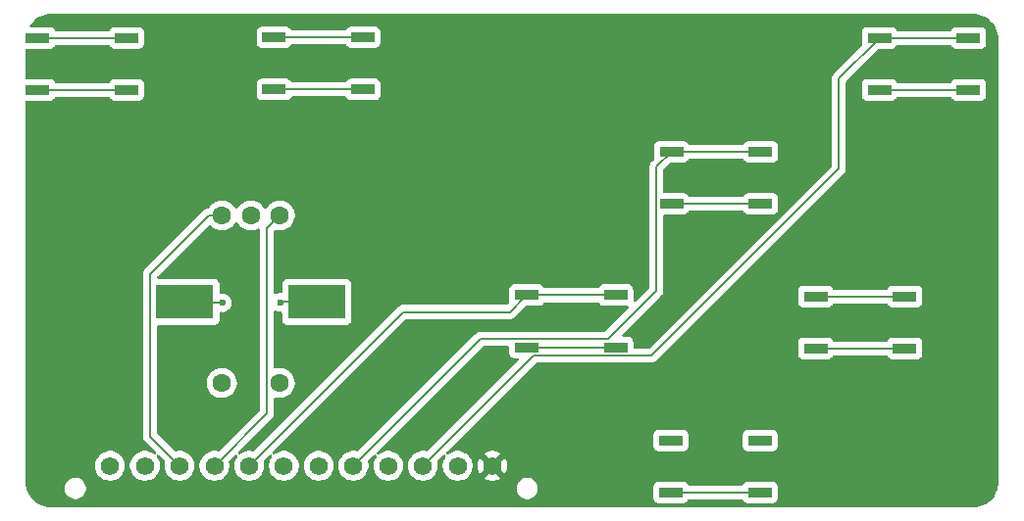
<source format=gbr>
%TF.GenerationSoftware,KiCad,Pcbnew,9.0.0*%
%TF.CreationDate,2025-03-23T02:15:46-05:00*%
%TF.ProjectId,IOBoardV1,494f426f-6172-4645-9631-2e6b69636164,rev?*%
%TF.SameCoordinates,Original*%
%TF.FileFunction,Copper,L1,Top*%
%TF.FilePolarity,Positive*%
%FSLAX46Y46*%
G04 Gerber Fmt 4.6, Leading zero omitted, Abs format (unit mm)*
G04 Created by KiCad (PCBNEW 9.0.0) date 2025-03-23 02:15:46*
%MOMM*%
%LPD*%
G01*
G04 APERTURE LIST*
%TA.AperFunction,ComponentPad*%
%ADD10C,1.600200*%
%TD*%
%TA.AperFunction,ComponentPad*%
%ADD11R,5.000000X3.000000*%
%TD*%
%TA.AperFunction,SMDPad,CuDef*%
%ADD12R,2.006600X0.863600*%
%TD*%
%TA.AperFunction,ComponentPad*%
%ADD13C,1.574800*%
%TD*%
%TA.AperFunction,ViaPad*%
%ADD14C,0.600000*%
%TD*%
%TA.AperFunction,Conductor*%
%ADD15C,0.200000*%
%TD*%
G04 APERTURE END LIST*
D10*
%TO.P,SW1,1,1*%
%TO.N,/EncoderButton*%
X140144801Y-82545150D03*
%TO.P,SW1,2,2*%
%TO.N,Net-(R6-Pad2)*%
X135144801Y-82545150D03*
%TO.P,SW1,3,channela*%
%TO.N,/EncoderA*%
X140144801Y-68045151D03*
%TO.P,SW1,4,gnd*%
%TO.N,GND*%
X137644801Y-68045151D03*
%TO.P,SW1,5,channelb*%
%TO.N,/EncoderB*%
X135144801Y-68045151D03*
D11*
%TO.P,SW1,6,shield*%
%TO.N,GND*%
X131944800Y-75545151D03*
%TO.P,SW1,7,shield*%
X143344802Y-75545151D03*
%TD*%
D12*
%TO.P,SW4,1,1*%
%TO.N,/Back*%
X119251900Y-52699998D03*
X126948100Y-52699998D03*
%TO.P,SW4,2,2*%
%TO.N,Net-(R16-Pad2)*%
X119251900Y-57200000D03*
X126948100Y-57200000D03*
%TD*%
%TO.P,SW2,2,2*%
%TO.N,Net-(R14-Pad2)*%
X147348100Y-57150001D03*
X139651900Y-57150001D03*
%TO.P,SW2,1,1*%
%TO.N,/Power*%
X147348100Y-52649999D03*
X139651900Y-52649999D03*
%TD*%
%TO.P,SW3,2,2*%
%TO.N,Net-(R15-Pad2)*%
X199600000Y-57200002D03*
X191903800Y-57200002D03*
%TO.P,SW3,1,1*%
%TO.N,/Select*%
X199600000Y-52700000D03*
X191903800Y-52700000D03*
%TD*%
%TO.P,SW5,2,2*%
%TO.N,Net-(R17-Pad2)*%
X181648100Y-67050001D03*
X173951900Y-67050001D03*
%TO.P,SW5,1,1*%
%TO.N,/DPadUp*%
X181648100Y-62549999D03*
X173951900Y-62549999D03*
%TD*%
%TO.P,SW7,2,2*%
%TO.N,Net-(R19-Pad2)*%
X181596200Y-92000002D03*
X173900000Y-92000002D03*
%TO.P,SW7,1,1*%
%TO.N,/DPadDown*%
X181596200Y-87500000D03*
X173900000Y-87500000D03*
%TD*%
%TO.P,SW8,2,2*%
%TO.N,Net-(R20-Pad2)*%
X169148100Y-79450001D03*
X161451900Y-79450001D03*
%TO.P,SW8,1,1*%
%TO.N,/DPadLeft*%
X169148100Y-74949999D03*
X161451900Y-74949999D03*
%TD*%
%TO.P,SW6,2,2*%
%TO.N,Net-(R18-Pad2)*%
X194096200Y-79550003D03*
X186400000Y-79550003D03*
%TO.P,SW6,1,1*%
%TO.N,/DPadRight*%
X194096200Y-75050001D03*
X186400000Y-75050001D03*
%TD*%
D13*
%TO.P,J1,1,Pin_1*%
%TO.N,GND*%
X125500005Y-89700000D03*
%TO.P,J1,2,Pin_2*%
%TO.N,/EncoderButton*%
X128500004Y-89700000D03*
%TO.P,J1,3,Pin_3*%
%TO.N,/EncoderB*%
X131500003Y-89700000D03*
%TO.P,J1,4,Pin_4*%
%TO.N,/EncoderA*%
X134500002Y-89700000D03*
%TO.P,J1,5,Pin_5*%
%TO.N,/DPadLeft*%
X137500001Y-89700000D03*
%TO.P,J1,6,Pin_6*%
%TO.N,/DPadDown*%
X140500000Y-89700000D03*
%TO.P,J1,7,Pin_7*%
%TO.N,/DPadRight*%
X143500000Y-89700000D03*
%TO.P,J1,8,Pin_8*%
%TO.N,/DPadUp*%
X146499999Y-89700000D03*
%TO.P,J1,9,Pin_9*%
%TO.N,/Back*%
X149499998Y-89700000D03*
%TO.P,J1,10,Pin_10*%
%TO.N,/Select*%
X152499997Y-89700000D03*
%TO.P,J1,11,Pin_11*%
%TO.N,/Power*%
X155499996Y-89700000D03*
%TO.P,J1,12,Pin_12*%
%TO.N,+3V3*%
X158499995Y-89700000D03*
%TD*%
D14*
%TO.N,GND*%
X135200000Y-75600000D03*
X140200000Y-75571613D03*
%TO.N,+3V3*%
X129000000Y-52600000D03*
X137687500Y-52600000D03*
%TO.N,Net-(R14-Pad2)*%
X139651900Y-57150001D03*
%TO.N,/Power*%
X139651900Y-52649999D03*
%TO.N,Net-(R19-Pad2)*%
X173900000Y-92000002D03*
%TO.N,+3V3*%
X171887500Y-87400000D03*
%TO.N,Net-(R20-Pad2)*%
X161451900Y-79450001D03*
%TO.N,+3V3*%
X159487500Y-75000000D03*
%TO.N,/DPadLeft*%
X161400950Y-75000950D03*
%TO.N,Net-(R17-Pad2)*%
X173951900Y-67050001D03*
%TO.N,+3V3*%
X184487500Y-75000000D03*
%TO.N,Net-(R18-Pad2)*%
X186400000Y-79550003D03*
%TO.N,/DPadRight*%
X186400000Y-75050001D03*
%TO.N,+3V3*%
X190087500Y-52800000D03*
X172087500Y-62600000D03*
%TO.N,Net-(R15-Pad2)*%
X191903800Y-57200002D03*
%TO.N,/Select*%
X192000000Y-52700000D03*
%TO.N,/DPadUp*%
X173951900Y-62549999D03*
%TO.N,Net-(R16-Pad2)*%
X126948100Y-57200000D03*
%TO.N,/Power*%
X147400000Y-52600000D03*
%TO.N,/Back*%
X126948100Y-52699998D03*
%TO.N,/DPadRight*%
X194200000Y-75200000D03*
%TO.N,/DPadDown*%
X181400000Y-87600000D03*
X173800000Y-87600000D03*
%TO.N,+3V3*%
X144312500Y-84800000D03*
X134512500Y-61400000D03*
X140687500Y-61600000D03*
%TD*%
D15*
%TO.N,/EncoderB*%
X135144801Y-68045151D02*
X134013289Y-68045151D01*
X134013289Y-68045151D02*
X128950835Y-73107605D01*
X128950835Y-73107605D02*
X128950835Y-87150832D01*
X128950835Y-87150832D02*
X131500003Y-89700000D01*
%TO.N,GND*%
X135200000Y-75600000D02*
X134400000Y-75600000D01*
X134400000Y-75600000D02*
X134345151Y-75545151D01*
X134345151Y-75545151D02*
X131944800Y-75545151D01*
X143344802Y-75545151D02*
X140226462Y-75545151D01*
X140226462Y-75545151D02*
X140200000Y-75571613D01*
%TO.N,Net-(R19-Pad2)*%
X181596200Y-92000002D02*
X173900000Y-92000002D01*
%TO.N,/DPadLeft*%
X161400950Y-75000950D02*
X160001899Y-76400000D01*
X161451900Y-74949999D02*
X161400950Y-75000950D01*
X160001899Y-76400000D02*
X150800001Y-76400000D01*
X150800001Y-76400000D02*
X137500001Y-89700000D01*
%TO.N,Net-(R17-Pad2)*%
X173951900Y-67050001D02*
X181648100Y-67050001D01*
%TO.N,/DPadUp*%
X173951900Y-62549999D02*
X181648100Y-62549999D01*
%TO.N,/Select*%
X152499997Y-89700000D02*
X162017196Y-80182801D01*
X162017196Y-80182801D02*
X172217199Y-80182801D01*
X188400000Y-56203800D02*
X191903800Y-52700000D01*
X172217199Y-80182801D02*
X188400000Y-64000000D01*
X188400000Y-64000000D02*
X188400000Y-56203800D01*
X192000000Y-52700000D02*
X199600000Y-52700000D01*
%TO.N,/DPadUp*%
X146499999Y-89700000D02*
X157482798Y-78717201D01*
X157482798Y-78717201D02*
X168482799Y-78717201D01*
X168482799Y-78717201D02*
X172647600Y-74552400D01*
X172647600Y-74552400D02*
X172647600Y-63854299D01*
X172647600Y-63854299D02*
X173951900Y-62549999D01*
%TO.N,/Back*%
X119251900Y-52699998D02*
X126948100Y-52699998D01*
%TO.N,Net-(R16-Pad2)*%
X119251900Y-57200000D02*
X126948100Y-57200000D01*
%TO.N,Net-(R14-Pad2)*%
X139651900Y-57150001D02*
X147348100Y-57150001D01*
%TO.N,/Power*%
X139651900Y-52649999D02*
X147348100Y-52649999D01*
%TO.N,Net-(R20-Pad2)*%
X161451900Y-79450001D02*
X169148100Y-79450001D01*
%TO.N,/Select*%
X191903800Y-52700000D02*
X192000000Y-52700000D01*
%TO.N,Net-(R15-Pad2)*%
X191903800Y-57200002D02*
X199600000Y-57200002D01*
%TO.N,Net-(R18-Pad2)*%
X186400000Y-79550003D02*
X194096200Y-79550003D01*
%TO.N,/DPadRight*%
X194096200Y-75050001D02*
X186400000Y-75050001D01*
%TO.N,/DPadLeft*%
X161451900Y-74949999D02*
X169148100Y-74949999D01*
%TO.N,/EncoderA*%
X140144801Y-68045151D02*
X139043701Y-69146251D01*
X139043701Y-69146251D02*
X139043701Y-85156301D01*
X139043701Y-85156301D02*
X134500002Y-89700000D01*
%TD*%
%TA.AperFunction,Conductor*%
%TO.N,+3V3*%
G36*
X199994545Y-50609913D02*
G01*
X200248444Y-50625273D01*
X200263306Y-50627077D01*
X200509816Y-50672252D01*
X200524341Y-50675833D01*
X200763609Y-50750392D01*
X200777596Y-50755697D01*
X201006134Y-50858555D01*
X201019376Y-50865505D01*
X201233854Y-50995161D01*
X201246165Y-51003659D01*
X201322778Y-51063681D01*
X201443445Y-51158218D01*
X201454653Y-51168148D01*
X201631851Y-51345346D01*
X201641781Y-51356554D01*
X201796336Y-51553828D01*
X201804840Y-51566148D01*
X201930733Y-51774401D01*
X201934490Y-51780615D01*
X201941448Y-51793873D01*
X202044299Y-52022396D01*
X202049609Y-52036397D01*
X202124164Y-52275651D01*
X202127748Y-52290190D01*
X202172921Y-52536691D01*
X202174726Y-52551556D01*
X202190085Y-52805457D01*
X202190311Y-52812853D01*
X202190312Y-52814210D01*
X202190312Y-52882801D01*
X202190327Y-52883050D01*
X202199499Y-91096231D01*
X202199273Y-91103748D01*
X202183915Y-91357635D01*
X202182110Y-91372499D01*
X202136938Y-91618998D01*
X202133354Y-91633538D01*
X202058800Y-91872788D01*
X202053491Y-91886788D01*
X201950638Y-92115319D01*
X201943679Y-92128578D01*
X201814033Y-92343039D01*
X201805527Y-92355362D01*
X201650972Y-92552636D01*
X201641042Y-92563844D01*
X201463844Y-92741042D01*
X201452636Y-92750972D01*
X201255362Y-92905527D01*
X201243039Y-92914033D01*
X201028578Y-93043679D01*
X201015319Y-93050638D01*
X200786788Y-93153491D01*
X200772788Y-93158800D01*
X200533538Y-93233354D01*
X200518998Y-93236938D01*
X200272499Y-93282110D01*
X200257635Y-93283915D01*
X200003736Y-93299274D01*
X199996249Y-93299500D01*
X120403733Y-93299500D01*
X120396246Y-93299274D01*
X120142365Y-93283916D01*
X120127500Y-93282111D01*
X119880995Y-93236937D01*
X119866457Y-93233353D01*
X119627213Y-93158802D01*
X119613212Y-93153493D01*
X119384680Y-93050639D01*
X119371421Y-93043680D01*
X119187178Y-92932302D01*
X119156956Y-92914032D01*
X119144636Y-92905528D01*
X119106433Y-92875598D01*
X118947361Y-92750972D01*
X118936154Y-92741043D01*
X118758956Y-92563845D01*
X118749026Y-92552637D01*
X118735910Y-92535896D01*
X118594467Y-92355357D01*
X118585969Y-92343046D01*
X118456316Y-92128572D01*
X118449363Y-92115326D01*
X118346504Y-91886782D01*
X118341197Y-91872786D01*
X118302848Y-91749719D01*
X121589100Y-91749719D01*
X121624105Y-91925695D01*
X121624108Y-91925705D01*
X121692768Y-92091467D01*
X121692775Y-92091480D01*
X121792458Y-92240665D01*
X121792461Y-92240669D01*
X121919332Y-92367540D01*
X121919336Y-92367543D01*
X122068521Y-92467226D01*
X122068534Y-92467233D01*
X122234296Y-92535893D01*
X122234301Y-92535895D01*
X122234305Y-92535895D01*
X122234306Y-92535896D01*
X122410282Y-92570901D01*
X122410285Y-92570901D01*
X122589719Y-92570901D01*
X122708111Y-92547350D01*
X122765701Y-92535895D01*
X122931474Y-92467230D01*
X123080666Y-92367543D01*
X123207543Y-92240666D01*
X123307230Y-92091474D01*
X123375895Y-91925701D01*
X123410901Y-91749719D01*
X160589098Y-91749719D01*
X160624103Y-91925695D01*
X160624106Y-91925705D01*
X160692766Y-92091467D01*
X160692773Y-92091480D01*
X160792456Y-92240665D01*
X160792459Y-92240669D01*
X160919330Y-92367540D01*
X160919334Y-92367543D01*
X161068519Y-92467226D01*
X161068532Y-92467233D01*
X161234294Y-92535893D01*
X161234299Y-92535895D01*
X161234303Y-92535895D01*
X161234304Y-92535896D01*
X161410280Y-92570901D01*
X161410283Y-92570901D01*
X161589717Y-92570901D01*
X161708109Y-92547350D01*
X161765699Y-92535895D01*
X161931472Y-92467230D01*
X162080664Y-92367543D01*
X162207541Y-92240666D01*
X162307228Y-92091474D01*
X162375893Y-91925701D01*
X162410899Y-91749717D01*
X162410899Y-91570285D01*
X162410899Y-91570282D01*
X162405114Y-91541200D01*
X162400964Y-91520337D01*
X172396200Y-91520337D01*
X172396200Y-92479672D01*
X172396201Y-92479678D01*
X172402608Y-92539285D01*
X172452902Y-92674130D01*
X172452906Y-92674137D01*
X172539152Y-92789346D01*
X172539155Y-92789349D01*
X172654364Y-92875595D01*
X172654371Y-92875599D01*
X172789217Y-92925893D01*
X172789216Y-92925893D01*
X172796144Y-92926637D01*
X172848827Y-92932302D01*
X174951172Y-92932301D01*
X175010783Y-92925893D01*
X175145631Y-92875598D01*
X175260846Y-92789348D01*
X175347096Y-92674133D01*
X175347096Y-92674130D01*
X175351344Y-92666353D01*
X175354340Y-92667988D01*
X175386330Y-92625244D01*
X175451792Y-92600819D01*
X175460653Y-92600502D01*
X180035547Y-92600502D01*
X180102586Y-92620187D01*
X180143317Y-92667193D01*
X180144856Y-92666353D01*
X180149105Y-92674136D01*
X180235352Y-92789346D01*
X180235355Y-92789349D01*
X180350564Y-92875595D01*
X180350571Y-92875599D01*
X180485417Y-92925893D01*
X180485416Y-92925893D01*
X180492344Y-92926637D01*
X180545027Y-92932302D01*
X182647372Y-92932301D01*
X182706983Y-92925893D01*
X182841831Y-92875598D01*
X182957046Y-92789348D01*
X183043296Y-92674133D01*
X183093591Y-92539285D01*
X183100000Y-92479675D01*
X183099999Y-91520330D01*
X183093591Y-91460719D01*
X183070640Y-91399185D01*
X183043297Y-91325873D01*
X183043293Y-91325866D01*
X182957047Y-91210657D01*
X182957044Y-91210654D01*
X182841835Y-91124408D01*
X182841828Y-91124404D01*
X182706982Y-91074110D01*
X182706983Y-91074110D01*
X182647383Y-91067703D01*
X182647381Y-91067702D01*
X182647373Y-91067702D01*
X182647364Y-91067702D01*
X180545029Y-91067702D01*
X180545023Y-91067703D01*
X180485416Y-91074110D01*
X180350571Y-91124404D01*
X180350564Y-91124408D01*
X180235355Y-91210654D01*
X180235352Y-91210657D01*
X180149105Y-91325867D01*
X180144856Y-91333651D01*
X180141859Y-91332015D01*
X180109870Y-91374760D01*
X180044408Y-91399185D01*
X180035547Y-91399502D01*
X175460653Y-91399502D01*
X175393614Y-91379817D01*
X175352882Y-91332810D01*
X175351344Y-91333651D01*
X175347094Y-91325867D01*
X175260847Y-91210657D01*
X175260844Y-91210654D01*
X175145635Y-91124408D01*
X175145628Y-91124404D01*
X175010782Y-91074110D01*
X175010783Y-91074110D01*
X174951183Y-91067703D01*
X174951181Y-91067702D01*
X174951173Y-91067702D01*
X174951164Y-91067702D01*
X172848829Y-91067702D01*
X172848823Y-91067703D01*
X172789216Y-91074110D01*
X172654371Y-91124404D01*
X172654364Y-91124408D01*
X172539155Y-91210654D01*
X172539152Y-91210657D01*
X172452906Y-91325866D01*
X172452902Y-91325873D01*
X172402608Y-91460719D01*
X172396201Y-91520318D01*
X172396201Y-91520325D01*
X172396200Y-91520337D01*
X162400964Y-91520337D01*
X162375894Y-91394306D01*
X162375893Y-91394305D01*
X162375893Y-91394301D01*
X162367799Y-91374760D01*
X162307231Y-91228534D01*
X162307224Y-91228521D01*
X162207541Y-91079336D01*
X162207538Y-91079332D01*
X162080667Y-90952461D01*
X162080663Y-90952458D01*
X161931478Y-90852775D01*
X161931465Y-90852768D01*
X161765703Y-90784108D01*
X161765693Y-90784105D01*
X161589717Y-90749101D01*
X161589715Y-90749101D01*
X161410283Y-90749101D01*
X161410281Y-90749101D01*
X161234304Y-90784105D01*
X161234294Y-90784108D01*
X161068532Y-90852768D01*
X161068519Y-90852775D01*
X160919334Y-90952458D01*
X160919330Y-90952461D01*
X160792459Y-91079332D01*
X160792456Y-91079336D01*
X160692773Y-91228521D01*
X160692766Y-91228534D01*
X160624106Y-91394296D01*
X160624103Y-91394306D01*
X160589099Y-91570282D01*
X160589099Y-91570285D01*
X160589099Y-91749717D01*
X160589099Y-91749719D01*
X160589098Y-91749719D01*
X123410901Y-91749719D01*
X123410901Y-91749717D01*
X123410901Y-91570285D01*
X123410901Y-91570282D01*
X123375896Y-91394306D01*
X123375895Y-91394305D01*
X123375895Y-91394301D01*
X123367801Y-91374760D01*
X123307233Y-91228534D01*
X123307226Y-91228521D01*
X123207543Y-91079336D01*
X123207540Y-91079332D01*
X123080669Y-90952461D01*
X123080665Y-90952458D01*
X122931480Y-90852775D01*
X122931467Y-90852768D01*
X122765705Y-90784108D01*
X122765695Y-90784105D01*
X122589719Y-90749101D01*
X122589717Y-90749101D01*
X122410285Y-90749101D01*
X122410283Y-90749101D01*
X122234306Y-90784105D01*
X122234296Y-90784108D01*
X122068534Y-90852768D01*
X122068521Y-90852775D01*
X121919336Y-90952458D01*
X121919332Y-90952461D01*
X121792461Y-91079332D01*
X121792458Y-91079336D01*
X121692775Y-91228521D01*
X121692768Y-91228534D01*
X121624108Y-91394296D01*
X121624105Y-91394306D01*
X121589101Y-91570282D01*
X121589101Y-91570285D01*
X121589101Y-91749717D01*
X121589101Y-91749719D01*
X121589100Y-91749719D01*
X118302848Y-91749719D01*
X118302847Y-91749717D01*
X118266645Y-91633538D01*
X118263062Y-91619002D01*
X118257114Y-91586543D01*
X118217888Y-91372499D01*
X118216083Y-91357635D01*
X118214162Y-91325873D01*
X118200724Y-91103735D01*
X118200499Y-91096276D01*
X118200858Y-89598640D01*
X124212105Y-89598640D01*
X124212105Y-89801359D01*
X124243798Y-90001463D01*
X124243818Y-90001584D01*
X124306462Y-90194382D01*
X124398365Y-90374751D01*
X124398497Y-90375009D01*
X124517644Y-90539004D01*
X124661000Y-90682360D01*
X124801047Y-90784108D01*
X124824999Y-90801510D01*
X125005623Y-90893543D01*
X125198421Y-90956187D01*
X125398645Y-90987900D01*
X125398646Y-90987900D01*
X125601364Y-90987900D01*
X125601365Y-90987900D01*
X125801589Y-90956187D01*
X125994387Y-90893543D01*
X126175011Y-90801510D01*
X126267090Y-90734610D01*
X126339009Y-90682360D01*
X126339011Y-90682357D01*
X126339015Y-90682355D01*
X126482360Y-90539010D01*
X126482362Y-90539006D01*
X126482365Y-90539004D01*
X126571078Y-90416899D01*
X126601515Y-90375006D01*
X126693548Y-90194382D01*
X126756192Y-90001584D01*
X126787905Y-89801360D01*
X126787905Y-89598640D01*
X127212104Y-89598640D01*
X127212104Y-89801359D01*
X127243797Y-90001463D01*
X127243817Y-90001584D01*
X127306461Y-90194382D01*
X127398364Y-90374751D01*
X127398496Y-90375009D01*
X127517643Y-90539004D01*
X127660999Y-90682360D01*
X127801046Y-90784108D01*
X127824998Y-90801510D01*
X128005622Y-90893543D01*
X128198420Y-90956187D01*
X128398644Y-90987900D01*
X128398645Y-90987900D01*
X128601363Y-90987900D01*
X128601364Y-90987900D01*
X128801588Y-90956187D01*
X128994386Y-90893543D01*
X129175010Y-90801510D01*
X129267089Y-90734610D01*
X129339008Y-90682360D01*
X129339010Y-90682357D01*
X129339014Y-90682355D01*
X129482359Y-90539010D01*
X129482361Y-90539006D01*
X129482364Y-90539004D01*
X129571077Y-90416899D01*
X129601514Y-90375006D01*
X129693547Y-90194382D01*
X129756191Y-90001584D01*
X129787904Y-89801360D01*
X129787904Y-89598640D01*
X129756191Y-89398416D01*
X129693547Y-89205618D01*
X129601514Y-89024994D01*
X129571075Y-88983098D01*
X129533282Y-88931079D01*
X129509802Y-88865273D01*
X129525628Y-88797219D01*
X129575734Y-88748524D01*
X129644212Y-88734649D01*
X129709321Y-88759998D01*
X129721281Y-88770513D01*
X130215924Y-89265156D01*
X130249409Y-89326479D01*
X130246177Y-89391147D01*
X130243815Y-89398415D01*
X130212103Y-89598640D01*
X130212103Y-89801359D01*
X130243796Y-90001463D01*
X130243816Y-90001584D01*
X130306460Y-90194382D01*
X130398363Y-90374751D01*
X130398495Y-90375009D01*
X130517642Y-90539004D01*
X130660998Y-90682360D01*
X130801045Y-90784108D01*
X130824997Y-90801510D01*
X131005621Y-90893543D01*
X131198419Y-90956187D01*
X131398643Y-90987900D01*
X131398644Y-90987900D01*
X131601362Y-90987900D01*
X131601363Y-90987900D01*
X131801587Y-90956187D01*
X131994385Y-90893543D01*
X132175009Y-90801510D01*
X132267088Y-90734610D01*
X132339007Y-90682360D01*
X132339009Y-90682357D01*
X132339013Y-90682355D01*
X132482358Y-90539010D01*
X132482360Y-90539006D01*
X132482363Y-90539004D01*
X132571076Y-90416899D01*
X132601513Y-90375006D01*
X132693546Y-90194382D01*
X132756190Y-90001584D01*
X132787903Y-89801360D01*
X132787903Y-89598640D01*
X132756190Y-89398416D01*
X132693546Y-89205618D01*
X132601513Y-89024994D01*
X132571074Y-88983098D01*
X132482363Y-88860995D01*
X132339007Y-88717639D01*
X132175012Y-88598492D01*
X132175011Y-88598491D01*
X132175009Y-88598490D01*
X131994385Y-88506457D01*
X131801587Y-88443813D01*
X131801585Y-88443812D01*
X131801583Y-88443812D01*
X131625487Y-88415921D01*
X131601363Y-88412100D01*
X131398643Y-88412100D01*
X131374559Y-88415914D01*
X131198418Y-88443812D01*
X131191150Y-88446174D01*
X131121309Y-88448164D01*
X131065159Y-88415921D01*
X129587654Y-86938416D01*
X129554169Y-86877093D01*
X129551335Y-86850735D01*
X129551335Y-82442785D01*
X133844201Y-82442785D01*
X133844201Y-82647514D01*
X133876226Y-82849709D01*
X133939485Y-83044404D01*
X133939486Y-83044407D01*
X134032428Y-83226813D01*
X134152759Y-83392434D01*
X134297517Y-83537192D01*
X134463138Y-83657523D01*
X134552602Y-83703107D01*
X134645543Y-83750464D01*
X134645546Y-83750465D01*
X134742893Y-83782094D01*
X134840243Y-83813725D01*
X134933890Y-83828557D01*
X135042437Y-83845750D01*
X135042442Y-83845750D01*
X135247165Y-83845750D01*
X135345186Y-83830224D01*
X135449359Y-83813725D01*
X135644058Y-83750464D01*
X135826464Y-83657523D01*
X135992085Y-83537192D01*
X136136843Y-83392434D01*
X136257174Y-83226813D01*
X136350115Y-83044407D01*
X136413376Y-82849708D01*
X136429875Y-82745535D01*
X136445401Y-82647514D01*
X136445401Y-82442785D01*
X136426770Y-82325158D01*
X136413376Y-82240592D01*
X136350115Y-82045893D01*
X136350115Y-82045892D01*
X136257173Y-81863486D01*
X136136843Y-81697866D01*
X135992085Y-81553108D01*
X135826464Y-81432777D01*
X135644058Y-81339835D01*
X135644055Y-81339834D01*
X135449360Y-81276575D01*
X135247165Y-81244550D01*
X135247160Y-81244550D01*
X135042442Y-81244550D01*
X135042437Y-81244550D01*
X134840241Y-81276575D01*
X134645546Y-81339834D01*
X134645543Y-81339835D01*
X134463137Y-81432777D01*
X134368644Y-81501430D01*
X134297517Y-81553108D01*
X134297515Y-81553110D01*
X134297514Y-81553110D01*
X134152761Y-81697863D01*
X134152761Y-81697864D01*
X134152759Y-81697866D01*
X134101081Y-81768993D01*
X134032428Y-81863486D01*
X133939486Y-82045892D01*
X133939485Y-82045895D01*
X133876226Y-82240590D01*
X133844201Y-82442785D01*
X129551335Y-82442785D01*
X129551335Y-77669650D01*
X129571020Y-77602611D01*
X129623824Y-77556856D01*
X129675335Y-77545650D01*
X134492671Y-77545650D01*
X134492672Y-77545650D01*
X134552283Y-77539242D01*
X134687131Y-77488947D01*
X134802346Y-77402697D01*
X134888596Y-77287482D01*
X134938891Y-77152634D01*
X134945300Y-77093024D01*
X134945299Y-76516613D01*
X134964983Y-76449575D01*
X135017787Y-76403820D01*
X135086946Y-76393876D01*
X135093491Y-76394997D01*
X135121155Y-76400500D01*
X135121158Y-76400500D01*
X135278844Y-76400500D01*
X135278845Y-76400499D01*
X135433497Y-76369737D01*
X135579179Y-76309394D01*
X135710289Y-76221789D01*
X135821789Y-76110289D01*
X135909394Y-75979179D01*
X135969737Y-75833497D01*
X136000500Y-75678842D01*
X136000500Y-75521158D01*
X136000500Y-75521155D01*
X136000499Y-75521153D01*
X135982302Y-75429671D01*
X135969737Y-75366503D01*
X135969735Y-75366498D01*
X135909397Y-75220827D01*
X135909390Y-75220814D01*
X135821789Y-75089711D01*
X135821786Y-75089707D01*
X135710292Y-74978213D01*
X135710288Y-74978210D01*
X135579185Y-74890609D01*
X135579172Y-74890602D01*
X135433501Y-74830264D01*
X135433489Y-74830261D01*
X135278845Y-74799500D01*
X135278842Y-74799500D01*
X135121158Y-74799500D01*
X135121156Y-74799500D01*
X135093487Y-74805003D01*
X135023896Y-74798774D01*
X134968720Y-74755909D01*
X134945477Y-74690019D01*
X134945299Y-74683385D01*
X134945299Y-73997280D01*
X134945298Y-73997274D01*
X134945297Y-73997267D01*
X134938891Y-73937668D01*
X134888596Y-73802820D01*
X134888595Y-73802819D01*
X134888593Y-73802815D01*
X134802347Y-73687606D01*
X134802344Y-73687603D01*
X134687135Y-73601357D01*
X134687128Y-73601353D01*
X134552282Y-73551059D01*
X134552283Y-73551059D01*
X134492683Y-73544652D01*
X134492681Y-73544651D01*
X134492673Y-73544651D01*
X134492665Y-73544651D01*
X129675335Y-73544651D01*
X129666649Y-73542100D01*
X129657688Y-73543389D01*
X129633647Y-73532410D01*
X129608296Y-73524966D01*
X129602368Y-73518125D01*
X129594132Y-73514364D01*
X129579842Y-73492129D01*
X129562541Y-73472162D01*
X129560253Y-73461647D01*
X129556358Y-73455586D01*
X129551335Y-73420651D01*
X129551335Y-73407701D01*
X129571020Y-73340662D01*
X129587649Y-73320025D01*
X133996318Y-68911355D01*
X134057641Y-68877871D01*
X134127333Y-68882855D01*
X134171680Y-68911356D01*
X134297517Y-69037193D01*
X134463138Y-69157524D01*
X134526697Y-69189909D01*
X134645543Y-69250465D01*
X134645546Y-69250466D01*
X134742893Y-69282095D01*
X134840243Y-69313726D01*
X134933890Y-69328558D01*
X135042437Y-69345751D01*
X135042442Y-69345751D01*
X135247165Y-69345751D01*
X135345186Y-69330225D01*
X135449359Y-69313726D01*
X135644058Y-69250465D01*
X135826464Y-69157524D01*
X135992085Y-69037193D01*
X136136843Y-68892435D01*
X136257174Y-68726814D01*
X136284316Y-68673544D01*
X136332291Y-68622749D01*
X136400112Y-68605954D01*
X136466247Y-68628492D01*
X136505285Y-68673544D01*
X136532428Y-68726814D01*
X136652759Y-68892435D01*
X136797517Y-69037193D01*
X136963138Y-69157524D01*
X137026697Y-69189909D01*
X137145543Y-69250465D01*
X137145546Y-69250466D01*
X137242893Y-69282095D01*
X137340243Y-69313726D01*
X137433890Y-69328558D01*
X137542437Y-69345751D01*
X137542442Y-69345751D01*
X137747165Y-69345751D01*
X137845186Y-69330225D01*
X137949359Y-69313726D01*
X138144058Y-69250465D01*
X138144058Y-69250464D01*
X138144063Y-69250463D01*
X138262905Y-69189909D01*
X138331575Y-69177012D01*
X138396315Y-69203288D01*
X138436573Y-69260394D01*
X138443201Y-69300393D01*
X138443201Y-84856203D01*
X138423516Y-84923242D01*
X138406882Y-84943884D01*
X134934844Y-88415921D01*
X134873521Y-88449406D01*
X134808853Y-88446174D01*
X134805928Y-88445224D01*
X134801586Y-88443813D01*
X134801584Y-88443812D01*
X134801582Y-88443812D01*
X134625486Y-88415921D01*
X134601362Y-88412100D01*
X134398642Y-88412100D01*
X134374518Y-88415921D01*
X134198421Y-88443812D01*
X134005617Y-88506458D01*
X133824992Y-88598492D01*
X133660997Y-88717639D01*
X133517641Y-88860995D01*
X133398494Y-89024990D01*
X133306460Y-89205615D01*
X133243814Y-89398419D01*
X133212102Y-89598640D01*
X133212102Y-89801359D01*
X133243795Y-90001463D01*
X133243815Y-90001584D01*
X133306459Y-90194382D01*
X133398362Y-90374751D01*
X133398494Y-90375009D01*
X133517641Y-90539004D01*
X133660997Y-90682360D01*
X133801044Y-90784108D01*
X133824996Y-90801510D01*
X134005620Y-90893543D01*
X134198418Y-90956187D01*
X134398642Y-90987900D01*
X134398643Y-90987900D01*
X134601361Y-90987900D01*
X134601362Y-90987900D01*
X134801586Y-90956187D01*
X134994384Y-90893543D01*
X135175008Y-90801510D01*
X135267087Y-90734610D01*
X135339006Y-90682360D01*
X135339008Y-90682357D01*
X135339012Y-90682355D01*
X135482357Y-90539010D01*
X135482359Y-90539006D01*
X135482362Y-90539004D01*
X135571075Y-90416899D01*
X135601512Y-90375006D01*
X135693545Y-90194382D01*
X135756189Y-90001584D01*
X135787902Y-89801360D01*
X135787902Y-89598640D01*
X135756189Y-89398416D01*
X135753829Y-89391155D01*
X135751833Y-89321318D01*
X135784077Y-89265158D01*
X136278727Y-88770508D01*
X136340048Y-88737025D01*
X136409740Y-88742009D01*
X136465673Y-88783881D01*
X136490090Y-88849345D01*
X136475238Y-88917618D01*
X136466725Y-88931075D01*
X136398492Y-89024991D01*
X136306459Y-89205615D01*
X136243813Y-89398419D01*
X136212101Y-89598640D01*
X136212101Y-89801359D01*
X136243794Y-90001463D01*
X136243814Y-90001584D01*
X136306458Y-90194382D01*
X136398361Y-90374751D01*
X136398493Y-90375009D01*
X136517640Y-90539004D01*
X136660996Y-90682360D01*
X136801043Y-90784108D01*
X136824995Y-90801510D01*
X137005619Y-90893543D01*
X137198417Y-90956187D01*
X137398641Y-90987900D01*
X137398642Y-90987900D01*
X137601360Y-90987900D01*
X137601361Y-90987900D01*
X137801585Y-90956187D01*
X137994383Y-90893543D01*
X138175007Y-90801510D01*
X138267086Y-90734610D01*
X138339005Y-90682360D01*
X138339007Y-90682357D01*
X138339011Y-90682355D01*
X138482356Y-90539010D01*
X138482358Y-90539006D01*
X138482361Y-90539004D01*
X138571074Y-90416899D01*
X138601511Y-90375006D01*
X138693544Y-90194382D01*
X138756188Y-90001584D01*
X138787901Y-89801360D01*
X138787901Y-89598640D01*
X138756188Y-89398416D01*
X138753828Y-89391155D01*
X138751832Y-89321318D01*
X138784076Y-89265158D01*
X139278725Y-88770509D01*
X139340048Y-88737025D01*
X139409740Y-88742009D01*
X139465673Y-88783881D01*
X139490090Y-88849345D01*
X139475238Y-88917618D01*
X139466724Y-88931076D01*
X139398492Y-89024990D01*
X139306458Y-89205615D01*
X139243812Y-89398419D01*
X139212100Y-89598640D01*
X139212100Y-89801359D01*
X139243793Y-90001463D01*
X139243813Y-90001584D01*
X139306457Y-90194382D01*
X139398360Y-90374751D01*
X139398492Y-90375009D01*
X139517639Y-90539004D01*
X139660995Y-90682360D01*
X139801042Y-90784108D01*
X139824994Y-90801510D01*
X140005618Y-90893543D01*
X140198416Y-90956187D01*
X140398640Y-90987900D01*
X140398641Y-90987900D01*
X140601359Y-90987900D01*
X140601360Y-90987900D01*
X140801584Y-90956187D01*
X140994382Y-90893543D01*
X141175006Y-90801510D01*
X141267085Y-90734610D01*
X141339004Y-90682360D01*
X141339006Y-90682357D01*
X141339010Y-90682355D01*
X141482355Y-90539010D01*
X141482357Y-90539006D01*
X141482360Y-90539004D01*
X141571073Y-90416899D01*
X141601510Y-90375006D01*
X141693543Y-90194382D01*
X141756187Y-90001584D01*
X141787900Y-89801360D01*
X141787900Y-89598640D01*
X142212100Y-89598640D01*
X142212100Y-89801359D01*
X142243793Y-90001463D01*
X142243813Y-90001584D01*
X142306457Y-90194382D01*
X142398360Y-90374751D01*
X142398492Y-90375009D01*
X142517639Y-90539004D01*
X142660995Y-90682360D01*
X142801042Y-90784108D01*
X142824994Y-90801510D01*
X143005618Y-90893543D01*
X143198416Y-90956187D01*
X143398640Y-90987900D01*
X143398641Y-90987900D01*
X143601359Y-90987900D01*
X143601360Y-90987900D01*
X143801584Y-90956187D01*
X143994382Y-90893543D01*
X144175006Y-90801510D01*
X144267085Y-90734610D01*
X144339004Y-90682360D01*
X144339006Y-90682357D01*
X144339010Y-90682355D01*
X144482355Y-90539010D01*
X144482357Y-90539006D01*
X144482360Y-90539004D01*
X144571073Y-90416899D01*
X144601510Y-90375006D01*
X144693543Y-90194382D01*
X144756187Y-90001584D01*
X144787900Y-89801360D01*
X144787900Y-89598640D01*
X144756187Y-89398416D01*
X144693543Y-89205618D01*
X144601510Y-89024994D01*
X144571071Y-88983098D01*
X144482360Y-88860995D01*
X144339004Y-88717639D01*
X144175009Y-88598492D01*
X144175008Y-88598491D01*
X144175006Y-88598490D01*
X143994382Y-88506457D01*
X143801584Y-88443813D01*
X143801582Y-88443812D01*
X143801580Y-88443812D01*
X143625484Y-88415921D01*
X143601360Y-88412100D01*
X143398640Y-88412100D01*
X143374516Y-88415921D01*
X143198419Y-88443812D01*
X143005615Y-88506458D01*
X142824990Y-88598492D01*
X142660995Y-88717639D01*
X142517639Y-88860995D01*
X142398492Y-89024990D01*
X142306458Y-89205615D01*
X142243812Y-89398419D01*
X142212100Y-89598640D01*
X141787900Y-89598640D01*
X141756187Y-89398416D01*
X141693543Y-89205618D01*
X141601510Y-89024994D01*
X141571071Y-88983098D01*
X141482360Y-88860995D01*
X141339004Y-88717639D01*
X141175009Y-88598492D01*
X141175008Y-88598491D01*
X141175006Y-88598490D01*
X140994382Y-88506457D01*
X140801584Y-88443813D01*
X140801582Y-88443812D01*
X140801580Y-88443812D01*
X140625484Y-88415921D01*
X140601360Y-88412100D01*
X140398640Y-88412100D01*
X140374516Y-88415921D01*
X140198419Y-88443812D01*
X140005615Y-88506458D01*
X139824991Y-88598491D01*
X139731075Y-88666724D01*
X139665269Y-88690203D01*
X139597215Y-88674377D01*
X139548521Y-88624270D01*
X139534646Y-88555792D01*
X139559996Y-88490684D01*
X139570502Y-88478732D01*
X151012417Y-77036819D01*
X151073740Y-77003334D01*
X151100098Y-77000500D01*
X159915229Y-77000500D01*
X159915245Y-77000501D01*
X159922841Y-77000501D01*
X160080954Y-77000501D01*
X160080956Y-77000501D01*
X160233683Y-76959577D01*
X160370615Y-76880520D01*
X160482419Y-76768716D01*
X160482419Y-76768714D01*
X160492623Y-76758511D01*
X160492626Y-76758506D01*
X161332517Y-75918617D01*
X161393840Y-75885132D01*
X161420198Y-75882298D01*
X162503071Y-75882298D01*
X162503072Y-75882298D01*
X162562683Y-75875890D01*
X162697531Y-75825595D01*
X162812746Y-75739345D01*
X162879255Y-75650501D01*
X162898994Y-75624133D01*
X162903244Y-75616350D01*
X162906240Y-75617985D01*
X162938230Y-75575241D01*
X163003692Y-75550816D01*
X163012553Y-75550499D01*
X167587447Y-75550499D01*
X167654486Y-75570184D01*
X167695217Y-75617190D01*
X167696756Y-75616350D01*
X167701005Y-75624133D01*
X167787252Y-75739343D01*
X167787255Y-75739346D01*
X167902464Y-75825592D01*
X167902471Y-75825596D01*
X168037317Y-75875890D01*
X168037316Y-75875890D01*
X168044244Y-75876634D01*
X168096927Y-75882299D01*
X170169104Y-75882298D01*
X170236143Y-75901983D01*
X170281898Y-75954786D01*
X170291842Y-76023945D01*
X170262817Y-76087501D01*
X170256785Y-76093979D01*
X168270383Y-78080382D01*
X168209060Y-78113867D01*
X168182702Y-78116701D01*
X157561855Y-78116701D01*
X157403740Y-78116701D01*
X157251013Y-78157624D01*
X157251012Y-78157624D01*
X157251010Y-78157625D01*
X157251007Y-78157626D01*
X157200894Y-78186560D01*
X157200893Y-78186561D01*
X157157487Y-78211621D01*
X157114083Y-78236680D01*
X157114080Y-78236682D01*
X157002276Y-78348487D01*
X146934841Y-88415921D01*
X146873518Y-88449406D01*
X146808850Y-88446174D01*
X146805925Y-88445224D01*
X146801583Y-88443813D01*
X146801581Y-88443812D01*
X146801579Y-88443812D01*
X146625483Y-88415921D01*
X146601359Y-88412100D01*
X146398639Y-88412100D01*
X146374515Y-88415921D01*
X146198418Y-88443812D01*
X146005614Y-88506458D01*
X145824989Y-88598492D01*
X145660994Y-88717639D01*
X145517638Y-88860995D01*
X145398491Y-89024990D01*
X145306457Y-89205615D01*
X145243811Y-89398419D01*
X145212099Y-89598640D01*
X145212099Y-89801359D01*
X145243792Y-90001463D01*
X145243812Y-90001584D01*
X145306456Y-90194382D01*
X145398359Y-90374751D01*
X145398491Y-90375009D01*
X145517638Y-90539004D01*
X145660994Y-90682360D01*
X145801041Y-90784108D01*
X145824993Y-90801510D01*
X146005617Y-90893543D01*
X146198415Y-90956187D01*
X146398639Y-90987900D01*
X146398640Y-90987900D01*
X146601358Y-90987900D01*
X146601359Y-90987900D01*
X146801583Y-90956187D01*
X146994381Y-90893543D01*
X147175005Y-90801510D01*
X147267084Y-90734610D01*
X147339003Y-90682360D01*
X147339005Y-90682357D01*
X147339009Y-90682355D01*
X147482354Y-90539010D01*
X147482356Y-90539006D01*
X147482359Y-90539004D01*
X147571072Y-90416899D01*
X147601509Y-90375006D01*
X147693542Y-90194382D01*
X147756186Y-90001584D01*
X147787899Y-89801360D01*
X147787899Y-89598640D01*
X147756186Y-89398416D01*
X147753826Y-89391155D01*
X147751830Y-89321318D01*
X147784074Y-89265158D01*
X148278724Y-88770508D01*
X148340045Y-88737025D01*
X148409737Y-88742009D01*
X148465670Y-88783881D01*
X148490087Y-88849345D01*
X148475235Y-88917618D01*
X148466722Y-88931075D01*
X148398489Y-89024991D01*
X148306456Y-89205615D01*
X148243810Y-89398419D01*
X148212098Y-89598640D01*
X148212098Y-89801359D01*
X148243791Y-90001463D01*
X148243811Y-90001584D01*
X148306455Y-90194382D01*
X148398358Y-90374751D01*
X148398490Y-90375009D01*
X148517637Y-90539004D01*
X148660993Y-90682360D01*
X148801040Y-90784108D01*
X148824992Y-90801510D01*
X149005616Y-90893543D01*
X149198414Y-90956187D01*
X149398638Y-90987900D01*
X149398639Y-90987900D01*
X149601357Y-90987900D01*
X149601358Y-90987900D01*
X149801582Y-90956187D01*
X149994380Y-90893543D01*
X150175004Y-90801510D01*
X150267083Y-90734610D01*
X150339002Y-90682360D01*
X150339004Y-90682357D01*
X150339008Y-90682355D01*
X150482353Y-90539010D01*
X150482355Y-90539006D01*
X150482358Y-90539004D01*
X150571071Y-90416899D01*
X150601508Y-90375006D01*
X150693541Y-90194382D01*
X150756185Y-90001584D01*
X150787898Y-89801360D01*
X150787898Y-89598640D01*
X150756185Y-89398416D01*
X150693541Y-89205618D01*
X150601508Y-89024994D01*
X150571069Y-88983098D01*
X150482358Y-88860995D01*
X150339002Y-88717639D01*
X150175007Y-88598492D01*
X150175006Y-88598491D01*
X150175004Y-88598490D01*
X149994380Y-88506457D01*
X149801582Y-88443813D01*
X149801580Y-88443812D01*
X149801578Y-88443812D01*
X149625482Y-88415921D01*
X149601358Y-88412100D01*
X149398638Y-88412100D01*
X149374514Y-88415921D01*
X149198417Y-88443812D01*
X149005613Y-88506458D01*
X148824989Y-88598491D01*
X148731073Y-88666724D01*
X148665267Y-88690203D01*
X148597213Y-88674377D01*
X148548519Y-88624270D01*
X148534644Y-88555792D01*
X148559994Y-88490684D01*
X148570500Y-88478732D01*
X157695214Y-79354020D01*
X157756537Y-79320535D01*
X157782895Y-79317701D01*
X159824100Y-79317701D01*
X159891139Y-79337386D01*
X159936894Y-79390190D01*
X159948100Y-79441701D01*
X159948100Y-79929671D01*
X159948101Y-79929677D01*
X159954508Y-79989284D01*
X160004802Y-80124129D01*
X160004806Y-80124136D01*
X160091052Y-80239345D01*
X160091055Y-80239348D01*
X160206264Y-80325594D01*
X160206271Y-80325598D01*
X160243135Y-80339347D01*
X160341117Y-80375892D01*
X160400727Y-80382301D01*
X160669099Y-80382300D01*
X160736137Y-80401984D01*
X160781892Y-80454788D01*
X160791836Y-80523947D01*
X160762811Y-80587502D01*
X160756779Y-80593981D01*
X152934839Y-88415921D01*
X152873516Y-88449406D01*
X152808848Y-88446174D01*
X152805923Y-88445224D01*
X152801581Y-88443813D01*
X152801579Y-88443812D01*
X152801577Y-88443812D01*
X152625481Y-88415921D01*
X152601357Y-88412100D01*
X152398637Y-88412100D01*
X152374513Y-88415921D01*
X152198416Y-88443812D01*
X152005612Y-88506458D01*
X151824987Y-88598492D01*
X151660992Y-88717639D01*
X151517636Y-88860995D01*
X151398489Y-89024990D01*
X151306455Y-89205615D01*
X151243809Y-89398419D01*
X151212097Y-89598640D01*
X151212097Y-89801359D01*
X151243790Y-90001463D01*
X151243810Y-90001584D01*
X151306454Y-90194382D01*
X151398357Y-90374751D01*
X151398489Y-90375009D01*
X151517636Y-90539004D01*
X151660992Y-90682360D01*
X151801039Y-90784108D01*
X151824991Y-90801510D01*
X152005615Y-90893543D01*
X152198413Y-90956187D01*
X152398637Y-90987900D01*
X152398638Y-90987900D01*
X152601356Y-90987900D01*
X152601357Y-90987900D01*
X152801581Y-90956187D01*
X152994379Y-90893543D01*
X153175003Y-90801510D01*
X153267082Y-90734610D01*
X153339001Y-90682360D01*
X153339003Y-90682357D01*
X153339007Y-90682355D01*
X153482352Y-90539010D01*
X153482354Y-90539006D01*
X153482357Y-90539004D01*
X153571070Y-90416899D01*
X153601507Y-90375006D01*
X153693540Y-90194382D01*
X153756184Y-90001584D01*
X153787897Y-89801360D01*
X153787897Y-89598640D01*
X153756184Y-89398416D01*
X153753824Y-89391155D01*
X153751828Y-89321318D01*
X153784072Y-89265158D01*
X154278722Y-88770508D01*
X154340043Y-88737025D01*
X154409735Y-88742009D01*
X154465668Y-88783881D01*
X154490085Y-88849345D01*
X154475233Y-88917618D01*
X154466720Y-88931075D01*
X154398487Y-89024991D01*
X154306454Y-89205615D01*
X154243808Y-89398419D01*
X154212096Y-89598640D01*
X154212096Y-89801359D01*
X154243789Y-90001463D01*
X154243809Y-90001584D01*
X154306453Y-90194382D01*
X154398356Y-90374751D01*
X154398488Y-90375009D01*
X154517635Y-90539004D01*
X154660991Y-90682360D01*
X154801038Y-90784108D01*
X154824990Y-90801510D01*
X155005614Y-90893543D01*
X155198412Y-90956187D01*
X155398636Y-90987900D01*
X155398637Y-90987900D01*
X155601355Y-90987900D01*
X155601356Y-90987900D01*
X155801580Y-90956187D01*
X155994378Y-90893543D01*
X156175002Y-90801510D01*
X156267081Y-90734610D01*
X156339000Y-90682360D01*
X156339002Y-90682357D01*
X156339006Y-90682355D01*
X156482351Y-90539010D01*
X156482353Y-90539006D01*
X156482356Y-90539004D01*
X156571069Y-90416899D01*
X156601506Y-90375006D01*
X156693539Y-90194382D01*
X156756183Y-90001584D01*
X156787896Y-89801360D01*
X156787896Y-89598679D01*
X157212595Y-89598679D01*
X157212595Y-89801320D01*
X157244294Y-90001463D01*
X157306916Y-90194192D01*
X157398911Y-90374744D01*
X157429540Y-90416899D01*
X157429541Y-90416900D01*
X157989760Y-89856680D01*
X158002945Y-89905885D01*
X158073169Y-90027515D01*
X158172480Y-90126826D01*
X158294110Y-90197050D01*
X158343314Y-90210234D01*
X157783094Y-90770453D01*
X157783094Y-90770454D01*
X157825249Y-90801082D01*
X158005802Y-90893078D01*
X158198531Y-90955700D01*
X158198530Y-90955700D01*
X158398675Y-90987400D01*
X158601315Y-90987400D01*
X158801458Y-90955700D01*
X158994187Y-90893078D01*
X159174742Y-90801081D01*
X159174746Y-90801079D01*
X159216894Y-90770454D01*
X159216895Y-90770454D01*
X158656675Y-90210234D01*
X158705880Y-90197050D01*
X158827510Y-90126826D01*
X158926821Y-90027515D01*
X158997045Y-89905885D01*
X159010229Y-89856680D01*
X159570448Y-90416900D01*
X159570449Y-90416899D01*
X159601074Y-90374751D01*
X159601076Y-90374747D01*
X159693073Y-90194192D01*
X159755695Y-90001463D01*
X159787395Y-89801320D01*
X159787395Y-89598679D01*
X159755695Y-89398536D01*
X159693073Y-89205807D01*
X159601077Y-89025254D01*
X159570448Y-88983099D01*
X159010228Y-89543318D01*
X158997045Y-89494115D01*
X158926821Y-89372485D01*
X158827510Y-89273174D01*
X158705880Y-89202950D01*
X158656675Y-89189765D01*
X159216895Y-88629546D01*
X159216894Y-88629545D01*
X159174739Y-88598916D01*
X158994187Y-88506921D01*
X158801458Y-88444299D01*
X158801459Y-88444299D01*
X158601315Y-88412600D01*
X158398675Y-88412600D01*
X158198531Y-88444299D01*
X158005802Y-88506921D01*
X157825245Y-88598919D01*
X157783094Y-88629544D01*
X157783093Y-88629545D01*
X158343314Y-89189765D01*
X158294110Y-89202950D01*
X158172480Y-89273174D01*
X158073169Y-89372485D01*
X158002945Y-89494115D01*
X157989761Y-89543319D01*
X157429540Y-88983098D01*
X157429539Y-88983099D01*
X157398914Y-89025250D01*
X157306916Y-89205807D01*
X157244294Y-89398536D01*
X157212595Y-89598679D01*
X156787896Y-89598679D01*
X156787896Y-89598640D01*
X156756183Y-89398416D01*
X156693539Y-89205618D01*
X156601506Y-89024994D01*
X156571067Y-88983098D01*
X156482356Y-88860995D01*
X156339000Y-88717639D01*
X156175005Y-88598492D01*
X156175004Y-88598491D01*
X156175002Y-88598490D01*
X155994378Y-88506457D01*
X155801580Y-88443813D01*
X155801578Y-88443812D01*
X155801576Y-88443812D01*
X155625480Y-88415921D01*
X155601356Y-88412100D01*
X155398636Y-88412100D01*
X155374512Y-88415921D01*
X155198415Y-88443812D01*
X155005611Y-88506458D01*
X154824987Y-88598491D01*
X154731071Y-88666724D01*
X154665265Y-88690203D01*
X154597211Y-88674377D01*
X154548517Y-88624270D01*
X154534642Y-88555792D01*
X154559992Y-88490684D01*
X154570498Y-88478733D01*
X156028896Y-87020335D01*
X172396200Y-87020335D01*
X172396200Y-87979670D01*
X172396201Y-87979676D01*
X172402608Y-88039283D01*
X172452902Y-88174128D01*
X172452906Y-88174135D01*
X172539152Y-88289344D01*
X172539155Y-88289347D01*
X172654364Y-88375593D01*
X172654371Y-88375597D01*
X172789217Y-88425891D01*
X172789216Y-88425891D01*
X172796144Y-88426635D01*
X172848827Y-88432300D01*
X174951172Y-88432299D01*
X175010783Y-88425891D01*
X175145631Y-88375596D01*
X175260846Y-88289346D01*
X175347096Y-88174131D01*
X175397391Y-88039283D01*
X175403800Y-87979673D01*
X175403799Y-87020335D01*
X180092400Y-87020335D01*
X180092400Y-87979670D01*
X180092401Y-87979676D01*
X180098808Y-88039283D01*
X180149102Y-88174128D01*
X180149106Y-88174135D01*
X180235352Y-88289344D01*
X180235355Y-88289347D01*
X180350564Y-88375593D01*
X180350571Y-88375597D01*
X180485417Y-88425891D01*
X180485416Y-88425891D01*
X180492344Y-88426635D01*
X180545027Y-88432300D01*
X182647372Y-88432299D01*
X182706983Y-88425891D01*
X182841831Y-88375596D01*
X182957046Y-88289346D01*
X183043296Y-88174131D01*
X183093591Y-88039283D01*
X183100000Y-87979673D01*
X183099999Y-87020328D01*
X183093591Y-86960717D01*
X183085273Y-86938416D01*
X183043297Y-86825871D01*
X183043293Y-86825864D01*
X182957047Y-86710655D01*
X182957044Y-86710652D01*
X182841835Y-86624406D01*
X182841828Y-86624402D01*
X182706982Y-86574108D01*
X182706983Y-86574108D01*
X182647383Y-86567701D01*
X182647381Y-86567700D01*
X182647373Y-86567700D01*
X182647364Y-86567700D01*
X180545029Y-86567700D01*
X180545023Y-86567701D01*
X180485416Y-86574108D01*
X180350571Y-86624402D01*
X180350564Y-86624406D01*
X180235355Y-86710652D01*
X180235352Y-86710655D01*
X180149106Y-86825864D01*
X180149102Y-86825871D01*
X180098808Y-86960717D01*
X180092401Y-87020316D01*
X180092401Y-87020323D01*
X180092400Y-87020335D01*
X175403799Y-87020335D01*
X175403799Y-87020328D01*
X175397391Y-86960717D01*
X175389073Y-86938416D01*
X175347097Y-86825871D01*
X175347093Y-86825864D01*
X175260847Y-86710655D01*
X175260844Y-86710652D01*
X175145635Y-86624406D01*
X175145628Y-86624402D01*
X175010782Y-86574108D01*
X175010783Y-86574108D01*
X174951183Y-86567701D01*
X174951181Y-86567700D01*
X174951173Y-86567700D01*
X174951164Y-86567700D01*
X172848829Y-86567700D01*
X172848823Y-86567701D01*
X172789216Y-86574108D01*
X172654371Y-86624402D01*
X172654364Y-86624406D01*
X172539155Y-86710652D01*
X172539152Y-86710655D01*
X172452906Y-86825864D01*
X172452902Y-86825871D01*
X172402608Y-86960717D01*
X172396201Y-87020316D01*
X172396201Y-87020323D01*
X172396200Y-87020335D01*
X156028896Y-87020335D01*
X162229612Y-80819620D01*
X162290935Y-80786135D01*
X162317293Y-80783301D01*
X172130530Y-80783301D01*
X172130546Y-80783302D01*
X172138142Y-80783302D01*
X172296253Y-80783302D01*
X172296256Y-80783302D01*
X172448984Y-80742378D01*
X172499103Y-80713440D01*
X172585915Y-80663321D01*
X172697719Y-80551517D01*
X172697719Y-80551515D01*
X172707927Y-80541308D01*
X172707928Y-80541305D01*
X174178895Y-79070338D01*
X184896200Y-79070338D01*
X184896200Y-80029673D01*
X184896201Y-80029679D01*
X184902608Y-80089286D01*
X184952902Y-80224131D01*
X184952906Y-80224138D01*
X185039152Y-80339347D01*
X185039155Y-80339350D01*
X185154364Y-80425596D01*
X185154371Y-80425600D01*
X185289217Y-80475894D01*
X185289216Y-80475894D01*
X185296144Y-80476638D01*
X185348827Y-80482303D01*
X187451172Y-80482302D01*
X187510783Y-80475894D01*
X187645631Y-80425599D01*
X187760846Y-80339349D01*
X187847096Y-80224134D01*
X187847096Y-80224131D01*
X187851344Y-80216354D01*
X187854340Y-80217989D01*
X187886330Y-80175245D01*
X187951792Y-80150820D01*
X187960653Y-80150503D01*
X192535547Y-80150503D01*
X192602586Y-80170188D01*
X192643317Y-80217194D01*
X192644856Y-80216354D01*
X192649105Y-80224137D01*
X192735352Y-80339347D01*
X192735355Y-80339350D01*
X192850564Y-80425596D01*
X192850571Y-80425600D01*
X192985417Y-80475894D01*
X192985416Y-80475894D01*
X192992344Y-80476638D01*
X193045027Y-80482303D01*
X195147372Y-80482302D01*
X195206983Y-80475894D01*
X195341831Y-80425599D01*
X195457046Y-80339349D01*
X195543296Y-80224134D01*
X195593591Y-80089286D01*
X195600000Y-80029676D01*
X195599999Y-79070331D01*
X195593591Y-79010720D01*
X195578524Y-78970324D01*
X195543297Y-78875874D01*
X195543293Y-78875867D01*
X195457047Y-78760658D01*
X195457044Y-78760655D01*
X195341835Y-78674409D01*
X195341828Y-78674405D01*
X195206982Y-78624111D01*
X195206983Y-78624111D01*
X195147383Y-78617704D01*
X195147381Y-78617703D01*
X195147373Y-78617703D01*
X195147364Y-78617703D01*
X193045029Y-78617703D01*
X193045023Y-78617704D01*
X192985416Y-78624111D01*
X192850571Y-78674405D01*
X192850564Y-78674409D01*
X192735355Y-78760655D01*
X192735352Y-78760658D01*
X192649105Y-78875868D01*
X192644856Y-78883652D01*
X192641859Y-78882016D01*
X192609870Y-78924761D01*
X192544408Y-78949186D01*
X192535547Y-78949503D01*
X187960653Y-78949503D01*
X187893614Y-78929818D01*
X187852882Y-78882811D01*
X187851344Y-78883652D01*
X187847094Y-78875868D01*
X187760847Y-78760658D01*
X187760844Y-78760655D01*
X187645635Y-78674409D01*
X187645628Y-78674405D01*
X187510782Y-78624111D01*
X187510783Y-78624111D01*
X187451183Y-78617704D01*
X187451181Y-78617703D01*
X187451173Y-78617703D01*
X187451164Y-78617703D01*
X185348829Y-78617703D01*
X185348823Y-78617704D01*
X185289216Y-78624111D01*
X185154371Y-78674405D01*
X185154364Y-78674409D01*
X185039155Y-78760655D01*
X185039152Y-78760658D01*
X184952906Y-78875867D01*
X184952902Y-78875874D01*
X184902608Y-79010720D01*
X184896201Y-79070319D01*
X184896201Y-79070326D01*
X184896200Y-79070338D01*
X174178895Y-79070338D01*
X178678898Y-74570336D01*
X184896200Y-74570336D01*
X184896200Y-75529671D01*
X184896201Y-75529677D01*
X184902608Y-75589284D01*
X184952902Y-75724129D01*
X184952906Y-75724136D01*
X185039152Y-75839345D01*
X185039155Y-75839348D01*
X185154364Y-75925594D01*
X185154371Y-75925598D01*
X185289217Y-75975892D01*
X185289216Y-75975892D01*
X185296144Y-75976636D01*
X185348827Y-75982301D01*
X187451172Y-75982300D01*
X187510783Y-75975892D01*
X187645631Y-75925597D01*
X187760846Y-75839347D01*
X187847096Y-75724132D01*
X187847096Y-75724129D01*
X187851344Y-75716352D01*
X187854340Y-75717987D01*
X187886330Y-75675243D01*
X187951792Y-75650818D01*
X187960653Y-75650501D01*
X192535547Y-75650501D01*
X192602586Y-75670186D01*
X192643317Y-75717192D01*
X192644856Y-75716352D01*
X192649105Y-75724135D01*
X192735352Y-75839345D01*
X192735355Y-75839348D01*
X192850564Y-75925594D01*
X192850571Y-75925598D01*
X192985417Y-75975892D01*
X192985416Y-75975892D01*
X192992344Y-75976636D01*
X193045027Y-75982301D01*
X194017450Y-75982300D01*
X194041642Y-75984683D01*
X194121156Y-76000500D01*
X194121158Y-76000500D01*
X194278843Y-76000500D01*
X194315189Y-75993269D01*
X194358358Y-75984682D01*
X194382549Y-75982300D01*
X195147371Y-75982300D01*
X195147372Y-75982300D01*
X195206983Y-75975892D01*
X195341831Y-75925597D01*
X195457046Y-75839347D01*
X195543296Y-75724132D01*
X195593591Y-75589284D01*
X195600000Y-75529674D01*
X195599999Y-74570329D01*
X195593591Y-74510718D01*
X195578524Y-74470322D01*
X195543297Y-74375872D01*
X195543293Y-74375865D01*
X195457047Y-74260656D01*
X195457044Y-74260653D01*
X195341835Y-74174407D01*
X195341828Y-74174403D01*
X195206982Y-74124109D01*
X195206983Y-74124109D01*
X195147383Y-74117702D01*
X195147381Y-74117701D01*
X195147373Y-74117701D01*
X195147364Y-74117701D01*
X193045029Y-74117701D01*
X193045023Y-74117702D01*
X192985416Y-74124109D01*
X192850571Y-74174403D01*
X192850564Y-74174407D01*
X192735355Y-74260653D01*
X192735352Y-74260656D01*
X192649105Y-74375866D01*
X192644856Y-74383650D01*
X192641859Y-74382014D01*
X192609870Y-74424759D01*
X192544408Y-74449184D01*
X192535547Y-74449501D01*
X187960653Y-74449501D01*
X187893614Y-74429816D01*
X187852882Y-74382809D01*
X187851344Y-74383650D01*
X187847094Y-74375866D01*
X187760847Y-74260656D01*
X187760844Y-74260653D01*
X187645635Y-74174407D01*
X187645628Y-74174403D01*
X187510782Y-74124109D01*
X187510783Y-74124109D01*
X187451183Y-74117702D01*
X187451181Y-74117701D01*
X187451173Y-74117701D01*
X187451164Y-74117701D01*
X185348829Y-74117701D01*
X185348823Y-74117702D01*
X185289216Y-74124109D01*
X185154371Y-74174403D01*
X185154364Y-74174407D01*
X185039155Y-74260653D01*
X185039152Y-74260656D01*
X184952906Y-74375865D01*
X184952902Y-74375872D01*
X184902608Y-74510718D01*
X184896201Y-74570317D01*
X184896201Y-74570324D01*
X184896200Y-74570336D01*
X178678898Y-74570336D01*
X188880520Y-64368716D01*
X188959577Y-64231784D01*
X189000501Y-64079057D01*
X189000501Y-63920942D01*
X189000501Y-63913347D01*
X189000500Y-63913329D01*
X189000500Y-56720337D01*
X190400000Y-56720337D01*
X190400000Y-57679672D01*
X190400001Y-57679678D01*
X190406408Y-57739285D01*
X190456702Y-57874130D01*
X190456706Y-57874137D01*
X190542952Y-57989346D01*
X190542955Y-57989349D01*
X190658164Y-58075595D01*
X190658171Y-58075599D01*
X190793017Y-58125893D01*
X190793016Y-58125893D01*
X190799944Y-58126637D01*
X190852627Y-58132302D01*
X192954972Y-58132301D01*
X193014583Y-58125893D01*
X193149431Y-58075598D01*
X193264646Y-57989348D01*
X193350896Y-57874133D01*
X193350898Y-57874128D01*
X193355144Y-57866353D01*
X193358140Y-57867988D01*
X193390130Y-57825244D01*
X193455592Y-57800819D01*
X193464453Y-57800502D01*
X198039347Y-57800502D01*
X198106386Y-57820187D01*
X198147117Y-57867193D01*
X198148656Y-57866353D01*
X198152905Y-57874136D01*
X198239152Y-57989346D01*
X198239155Y-57989349D01*
X198354364Y-58075595D01*
X198354371Y-58075599D01*
X198489217Y-58125893D01*
X198489216Y-58125893D01*
X198496144Y-58126637D01*
X198548827Y-58132302D01*
X200651172Y-58132301D01*
X200710783Y-58125893D01*
X200845631Y-58075598D01*
X200960846Y-57989348D01*
X201047096Y-57874133D01*
X201097391Y-57739285D01*
X201103800Y-57679675D01*
X201103799Y-56720330D01*
X201097391Y-56660719D01*
X201097390Y-56660717D01*
X201047097Y-56525873D01*
X201047093Y-56525866D01*
X200960847Y-56410657D01*
X200960844Y-56410654D01*
X200845635Y-56324408D01*
X200845628Y-56324404D01*
X200710782Y-56274110D01*
X200710783Y-56274110D01*
X200651183Y-56267703D01*
X200651181Y-56267702D01*
X200651173Y-56267702D01*
X200651164Y-56267702D01*
X198548829Y-56267702D01*
X198548823Y-56267703D01*
X198489216Y-56274110D01*
X198354371Y-56324404D01*
X198354364Y-56324408D01*
X198239155Y-56410654D01*
X198239152Y-56410657D01*
X198152905Y-56525867D01*
X198148656Y-56533651D01*
X198145659Y-56532015D01*
X198113670Y-56574760D01*
X198048208Y-56599185D01*
X198039347Y-56599502D01*
X193464453Y-56599502D01*
X193397414Y-56579817D01*
X193356682Y-56532810D01*
X193355144Y-56533651D01*
X193350894Y-56525867D01*
X193264647Y-56410657D01*
X193264644Y-56410654D01*
X193149435Y-56324408D01*
X193149428Y-56324404D01*
X193014582Y-56274110D01*
X193014583Y-56274110D01*
X192954983Y-56267703D01*
X192954981Y-56267702D01*
X192954973Y-56267702D01*
X192954964Y-56267702D01*
X190852629Y-56267702D01*
X190852623Y-56267703D01*
X190793016Y-56274110D01*
X190658171Y-56324404D01*
X190658164Y-56324408D01*
X190542955Y-56410654D01*
X190542952Y-56410657D01*
X190456706Y-56525866D01*
X190456702Y-56525873D01*
X190406408Y-56660719D01*
X190400001Y-56720318D01*
X190400001Y-56720325D01*
X190400000Y-56720337D01*
X189000500Y-56720337D01*
X189000500Y-56503896D01*
X189020185Y-56436857D01*
X189036814Y-56416220D01*
X191784416Y-53668617D01*
X191845739Y-53635133D01*
X191872097Y-53632299D01*
X192954971Y-53632299D01*
X192954972Y-53632299D01*
X193014583Y-53625891D01*
X193149431Y-53575596D01*
X193264646Y-53489346D01*
X193322361Y-53412247D01*
X193350894Y-53374134D01*
X193355144Y-53366351D01*
X193358140Y-53367986D01*
X193390130Y-53325242D01*
X193455592Y-53300817D01*
X193464453Y-53300500D01*
X198039347Y-53300500D01*
X198106386Y-53320185D01*
X198147117Y-53367191D01*
X198148656Y-53366351D01*
X198152905Y-53374134D01*
X198239152Y-53489344D01*
X198239155Y-53489347D01*
X198354364Y-53575593D01*
X198354371Y-53575597D01*
X198489217Y-53625891D01*
X198489216Y-53625891D01*
X198496144Y-53626635D01*
X198548827Y-53632300D01*
X200651172Y-53632299D01*
X200710783Y-53625891D01*
X200845631Y-53575596D01*
X200960846Y-53489346D01*
X201047096Y-53374131D01*
X201097391Y-53239283D01*
X201103800Y-53179673D01*
X201103799Y-52220328D01*
X201097391Y-52160717D01*
X201097390Y-52160715D01*
X201047097Y-52025871D01*
X201047093Y-52025864D01*
X200960847Y-51910655D01*
X200960844Y-51910652D01*
X200845635Y-51824406D01*
X200845628Y-51824402D01*
X200710782Y-51774108D01*
X200710783Y-51774108D01*
X200651183Y-51767701D01*
X200651181Y-51767700D01*
X200651173Y-51767700D01*
X200651164Y-51767700D01*
X198548829Y-51767700D01*
X198548823Y-51767701D01*
X198489216Y-51774108D01*
X198354371Y-51824402D01*
X198354364Y-51824406D01*
X198239155Y-51910652D01*
X198239152Y-51910655D01*
X198152905Y-52025865D01*
X198148656Y-52033649D01*
X198145659Y-52032013D01*
X198113670Y-52074758D01*
X198048208Y-52099183D01*
X198039347Y-52099500D01*
X193464453Y-52099500D01*
X193397414Y-52079815D01*
X193356682Y-52032808D01*
X193355144Y-52033649D01*
X193350894Y-52025865D01*
X193264647Y-51910655D01*
X193264644Y-51910652D01*
X193149435Y-51824406D01*
X193149428Y-51824402D01*
X193014582Y-51774108D01*
X193014583Y-51774108D01*
X192954983Y-51767701D01*
X192954981Y-51767700D01*
X192954973Y-51767700D01*
X192954964Y-51767700D01*
X190852629Y-51767700D01*
X190852623Y-51767701D01*
X190793016Y-51774108D01*
X190658171Y-51824402D01*
X190658164Y-51824406D01*
X190542955Y-51910652D01*
X190542952Y-51910655D01*
X190456706Y-52025864D01*
X190456702Y-52025871D01*
X190406408Y-52160717D01*
X190400001Y-52220316D01*
X190400001Y-52220323D01*
X190400000Y-52220335D01*
X190400000Y-53179670D01*
X190400001Y-53179676D01*
X190406408Y-53239283D01*
X190408137Y-53243917D01*
X190413119Y-53313609D01*
X190379635Y-53374928D01*
X188031286Y-55723278D01*
X187919481Y-55835082D01*
X187919479Y-55835085D01*
X187869361Y-55921894D01*
X187869359Y-55921896D01*
X187840425Y-55972009D01*
X187840424Y-55972010D01*
X187840423Y-55972015D01*
X187799499Y-56124743D01*
X187799499Y-56124745D01*
X187799499Y-56292846D01*
X187799500Y-56292859D01*
X187799500Y-63699902D01*
X187779815Y-63766941D01*
X187763181Y-63787583D01*
X172004783Y-79545982D01*
X171943460Y-79579467D01*
X171917102Y-79582301D01*
X170775900Y-79582301D01*
X170708861Y-79562616D01*
X170663106Y-79509812D01*
X170651900Y-79458301D01*
X170651899Y-78970330D01*
X170651898Y-78970324D01*
X170645491Y-78910717D01*
X170595197Y-78775872D01*
X170595193Y-78775865D01*
X170508947Y-78660656D01*
X170508944Y-78660653D01*
X170393735Y-78574407D01*
X170393728Y-78574403D01*
X170258882Y-78524109D01*
X170258883Y-78524109D01*
X170199283Y-78517702D01*
X170199281Y-78517701D01*
X170199273Y-78517701D01*
X170199265Y-78517701D01*
X169830895Y-78517701D01*
X169763856Y-78498016D01*
X169718101Y-78445212D01*
X169708157Y-78376054D01*
X169737182Y-78312498D01*
X169743214Y-78306020D01*
X171290733Y-76758501D01*
X173006106Y-75043128D01*
X173006111Y-75043124D01*
X173016314Y-75032920D01*
X173016316Y-75032920D01*
X173128120Y-74921116D01*
X173196963Y-74801876D01*
X173207177Y-74784185D01*
X173248100Y-74631457D01*
X173248100Y-74473343D01*
X173248100Y-68106300D01*
X173267785Y-68039261D01*
X173320589Y-67993506D01*
X173372100Y-67982300D01*
X175003071Y-67982300D01*
X175003072Y-67982300D01*
X175062683Y-67975892D01*
X175197531Y-67925597D01*
X175312746Y-67839347D01*
X175398996Y-67724132D01*
X175398996Y-67724129D01*
X175403244Y-67716352D01*
X175406240Y-67717987D01*
X175438230Y-67675243D01*
X175503692Y-67650818D01*
X175512553Y-67650501D01*
X180087447Y-67650501D01*
X180154486Y-67670186D01*
X180195217Y-67717192D01*
X180196756Y-67716352D01*
X180201005Y-67724135D01*
X180287252Y-67839345D01*
X180287255Y-67839348D01*
X180402464Y-67925594D01*
X180402471Y-67925598D01*
X180537317Y-67975892D01*
X180537316Y-67975892D01*
X180544244Y-67976636D01*
X180596927Y-67982301D01*
X182699272Y-67982300D01*
X182758883Y-67975892D01*
X182893731Y-67925597D01*
X183008946Y-67839347D01*
X183095196Y-67724132D01*
X183145491Y-67589284D01*
X183151900Y-67529674D01*
X183151899Y-66570329D01*
X183145491Y-66510718D01*
X183122540Y-66449184D01*
X183095197Y-66375872D01*
X183095193Y-66375865D01*
X183008947Y-66260656D01*
X183008944Y-66260653D01*
X182893735Y-66174407D01*
X182893728Y-66174403D01*
X182758882Y-66124109D01*
X182758883Y-66124109D01*
X182699283Y-66117702D01*
X182699281Y-66117701D01*
X182699273Y-66117701D01*
X182699264Y-66117701D01*
X180596929Y-66117701D01*
X180596923Y-66117702D01*
X180537316Y-66124109D01*
X180402471Y-66174403D01*
X180402464Y-66174407D01*
X180287255Y-66260653D01*
X180287252Y-66260656D01*
X180201005Y-66375866D01*
X180196756Y-66383650D01*
X180193759Y-66382014D01*
X180161770Y-66424759D01*
X180096308Y-66449184D01*
X180087447Y-66449501D01*
X175512553Y-66449501D01*
X175445514Y-66429816D01*
X175404782Y-66382809D01*
X175403244Y-66383650D01*
X175398994Y-66375866D01*
X175312747Y-66260656D01*
X175312744Y-66260653D01*
X175197535Y-66174407D01*
X175197528Y-66174403D01*
X175062682Y-66124109D01*
X175062683Y-66124109D01*
X175003083Y-66117702D01*
X175003081Y-66117701D01*
X175003073Y-66117701D01*
X175003065Y-66117701D01*
X173372100Y-66117701D01*
X173305061Y-66098016D01*
X173259306Y-66045212D01*
X173248100Y-65993701D01*
X173248100Y-64154396D01*
X173267785Y-64087357D01*
X173284419Y-64066715D01*
X173832517Y-63518617D01*
X173893840Y-63485132D01*
X173920198Y-63482298D01*
X175003071Y-63482298D01*
X175003072Y-63482298D01*
X175062683Y-63475890D01*
X175197531Y-63425595D01*
X175312746Y-63339345D01*
X175398996Y-63224130D01*
X175398996Y-63224127D01*
X175403244Y-63216350D01*
X175406240Y-63217985D01*
X175438230Y-63175241D01*
X175503692Y-63150816D01*
X175512553Y-63150499D01*
X180087447Y-63150499D01*
X180154486Y-63170184D01*
X180195217Y-63217190D01*
X180196756Y-63216350D01*
X180201005Y-63224133D01*
X180287252Y-63339343D01*
X180287255Y-63339346D01*
X180402464Y-63425592D01*
X180402471Y-63425596D01*
X180537317Y-63475890D01*
X180537316Y-63475890D01*
X180544244Y-63476634D01*
X180596927Y-63482299D01*
X182699272Y-63482298D01*
X182758883Y-63475890D01*
X182893731Y-63425595D01*
X183008946Y-63339345D01*
X183095196Y-63224130D01*
X183145491Y-63089282D01*
X183151900Y-63029672D01*
X183151899Y-62070327D01*
X183145491Y-62010716D01*
X183122540Y-61949182D01*
X183095197Y-61875870D01*
X183095193Y-61875863D01*
X183008947Y-61760654D01*
X183008944Y-61760651D01*
X182893735Y-61674405D01*
X182893728Y-61674401D01*
X182758882Y-61624107D01*
X182758883Y-61624107D01*
X182699283Y-61617700D01*
X182699281Y-61617699D01*
X182699273Y-61617699D01*
X182699264Y-61617699D01*
X180596929Y-61617699D01*
X180596923Y-61617700D01*
X180537316Y-61624107D01*
X180402471Y-61674401D01*
X180402464Y-61674405D01*
X180287255Y-61760651D01*
X180287252Y-61760654D01*
X180201005Y-61875864D01*
X180196756Y-61883648D01*
X180193759Y-61882012D01*
X180161770Y-61924757D01*
X180096308Y-61949182D01*
X180087447Y-61949499D01*
X175512553Y-61949499D01*
X175445514Y-61929814D01*
X175404782Y-61882807D01*
X175403244Y-61883648D01*
X175398994Y-61875864D01*
X175312747Y-61760654D01*
X175312744Y-61760651D01*
X175197535Y-61674405D01*
X175197528Y-61674401D01*
X175062682Y-61624107D01*
X175062683Y-61624107D01*
X175003083Y-61617700D01*
X175003081Y-61617699D01*
X175003073Y-61617699D01*
X175003064Y-61617699D01*
X172900729Y-61617699D01*
X172900723Y-61617700D01*
X172841116Y-61624107D01*
X172706271Y-61674401D01*
X172706264Y-61674405D01*
X172591055Y-61760651D01*
X172591052Y-61760654D01*
X172504806Y-61875863D01*
X172504802Y-61875870D01*
X172454508Y-62010716D01*
X172448101Y-62070315D01*
X172448101Y-62070322D01*
X172448100Y-62070334D01*
X172448100Y-63029669D01*
X172448101Y-63029675D01*
X172454508Y-63089281D01*
X172456236Y-63093912D01*
X172457507Y-63111693D01*
X172463738Y-63128398D01*
X172459948Y-63145820D01*
X172461220Y-63163604D01*
X172452676Y-63179250D01*
X172448887Y-63196671D01*
X172427736Y-63224926D01*
X172278886Y-63373777D01*
X172278885Y-63373777D01*
X172278884Y-63373778D01*
X172167081Y-63485581D01*
X172167077Y-63485586D01*
X172148008Y-63518617D01*
X172147510Y-63519480D01*
X172088023Y-63622514D01*
X172047099Y-63775242D01*
X172047099Y-63775244D01*
X172047099Y-63943345D01*
X172047100Y-63943358D01*
X172047100Y-74252303D01*
X172027415Y-74319342D01*
X172010781Y-74339984D01*
X170863580Y-75487184D01*
X170802257Y-75520669D01*
X170732565Y-75515685D01*
X170676632Y-75473813D01*
X170652215Y-75408349D01*
X170651899Y-75399530D01*
X170651899Y-74470327D01*
X170645491Y-74410716D01*
X170635082Y-74382809D01*
X170595197Y-74275870D01*
X170595193Y-74275863D01*
X170508947Y-74160654D01*
X170508944Y-74160651D01*
X170393735Y-74074405D01*
X170393728Y-74074401D01*
X170258882Y-74024107D01*
X170258883Y-74024107D01*
X170199283Y-74017700D01*
X170199281Y-74017699D01*
X170199273Y-74017699D01*
X170199264Y-74017699D01*
X168096929Y-74017699D01*
X168096923Y-74017700D01*
X168037316Y-74024107D01*
X167902471Y-74074401D01*
X167902464Y-74074405D01*
X167787255Y-74160651D01*
X167787252Y-74160654D01*
X167701005Y-74275864D01*
X167696756Y-74283648D01*
X167693759Y-74282012D01*
X167661770Y-74324757D01*
X167596308Y-74349182D01*
X167587447Y-74349499D01*
X163012553Y-74349499D01*
X162945514Y-74329814D01*
X162904782Y-74282807D01*
X162903244Y-74283648D01*
X162898994Y-74275864D01*
X162812747Y-74160654D01*
X162812744Y-74160651D01*
X162697535Y-74074405D01*
X162697528Y-74074401D01*
X162562682Y-74024107D01*
X162562683Y-74024107D01*
X162503083Y-74017700D01*
X162503081Y-74017699D01*
X162503073Y-74017699D01*
X162503064Y-74017699D01*
X160400729Y-74017699D01*
X160400723Y-74017700D01*
X160341116Y-74024107D01*
X160206271Y-74074401D01*
X160206264Y-74074405D01*
X160091055Y-74160651D01*
X160091052Y-74160654D01*
X160004806Y-74275863D01*
X160004802Y-74275870D01*
X159954508Y-74410716D01*
X159952455Y-74429816D01*
X159948101Y-74470322D01*
X159948100Y-74470334D01*
X159948100Y-75429669D01*
X159948101Y-75429675D01*
X159954508Y-75489282D01*
X159956237Y-75493916D01*
X159957508Y-75511695D01*
X159963738Y-75528399D01*
X159959947Y-75545823D01*
X159961219Y-75563608D01*
X159952676Y-75579253D01*
X159948887Y-75596672D01*
X159927735Y-75624927D01*
X159789481Y-75763182D01*
X159728161Y-75796666D01*
X159701802Y-75799500D01*
X150720943Y-75799500D01*
X150713666Y-75801450D01*
X150568215Y-75840423D01*
X150568210Y-75840426D01*
X150431291Y-75919475D01*
X150431283Y-75919481D01*
X150319479Y-76031286D01*
X137934843Y-88415921D01*
X137873520Y-88449406D01*
X137808852Y-88446174D01*
X137805927Y-88445224D01*
X137801585Y-88443813D01*
X137801583Y-88443812D01*
X137801581Y-88443812D01*
X137625485Y-88415921D01*
X137601361Y-88412100D01*
X137398641Y-88412100D01*
X137374517Y-88415921D01*
X137198420Y-88443812D01*
X137005616Y-88506458D01*
X136824992Y-88598491D01*
X136731077Y-88666723D01*
X136665270Y-88690202D01*
X136597217Y-88674376D01*
X136548523Y-88624269D01*
X136534648Y-88555791D01*
X136559998Y-88490682D01*
X136570501Y-88478734D01*
X139524221Y-85525017D01*
X139603278Y-85388085D01*
X139644202Y-85235358D01*
X139644202Y-85077243D01*
X139644202Y-85069648D01*
X139644201Y-85069630D01*
X139644201Y-83920698D01*
X139663886Y-83853659D01*
X139716690Y-83807904D01*
X139785848Y-83797960D01*
X139806519Y-83802767D01*
X139840243Y-83813725D01*
X139920833Y-83826489D01*
X140042437Y-83845750D01*
X140042442Y-83845750D01*
X140247165Y-83845750D01*
X140345186Y-83830224D01*
X140449359Y-83813725D01*
X140644058Y-83750464D01*
X140826464Y-83657523D01*
X140992085Y-83537192D01*
X141136843Y-83392434D01*
X141257174Y-83226813D01*
X141350115Y-83044407D01*
X141413376Y-82849708D01*
X141429875Y-82745535D01*
X141445401Y-82647514D01*
X141445401Y-82442785D01*
X141426770Y-82325158D01*
X141413376Y-82240592D01*
X141350115Y-82045893D01*
X141350115Y-82045892D01*
X141257173Y-81863486D01*
X141136843Y-81697866D01*
X140992085Y-81553108D01*
X140826464Y-81432777D01*
X140644058Y-81339835D01*
X140644055Y-81339834D01*
X140449360Y-81276575D01*
X140247165Y-81244550D01*
X140247160Y-81244550D01*
X140042442Y-81244550D01*
X140042437Y-81244550D01*
X139840239Y-81276575D01*
X139806518Y-81287532D01*
X139736677Y-81289527D01*
X139676845Y-81253446D01*
X139646017Y-81190745D01*
X139644201Y-81169601D01*
X139644201Y-76393427D01*
X139663886Y-76326388D01*
X139716690Y-76280633D01*
X139785848Y-76270689D01*
X139815654Y-76278866D01*
X139820817Y-76281004D01*
X139820821Y-76281007D01*
X139966503Y-76341350D01*
X140109203Y-76369735D01*
X140121153Y-76372112D01*
X140121156Y-76372113D01*
X140220302Y-76372113D01*
X140287341Y-76391798D01*
X140333096Y-76444602D01*
X140344302Y-76496113D01*
X140344302Y-77093021D01*
X140344303Y-77093027D01*
X140350710Y-77152634D01*
X140401004Y-77287479D01*
X140401008Y-77287486D01*
X140487254Y-77402695D01*
X140487257Y-77402698D01*
X140602466Y-77488944D01*
X140602473Y-77488948D01*
X140737319Y-77539242D01*
X140737318Y-77539242D01*
X140744246Y-77539986D01*
X140796929Y-77545651D01*
X145892674Y-77545650D01*
X145952285Y-77539242D01*
X146087133Y-77488947D01*
X146202348Y-77402697D01*
X146288598Y-77287482D01*
X146338893Y-77152634D01*
X146345302Y-77093024D01*
X146345301Y-73997279D01*
X146338893Y-73937668D01*
X146288598Y-73802820D01*
X146288597Y-73802819D01*
X146288595Y-73802815D01*
X146202349Y-73687606D01*
X146202346Y-73687603D01*
X146087137Y-73601357D01*
X146087130Y-73601353D01*
X145952284Y-73551059D01*
X145952285Y-73551059D01*
X145892685Y-73544652D01*
X145892683Y-73544651D01*
X145892675Y-73544651D01*
X145892666Y-73544651D01*
X140796931Y-73544651D01*
X140796925Y-73544652D01*
X140737318Y-73551059D01*
X140602473Y-73601353D01*
X140602466Y-73601357D01*
X140487257Y-73687603D01*
X140487254Y-73687606D01*
X140401008Y-73802815D01*
X140401004Y-73802822D01*
X140350710Y-73937668D01*
X140344303Y-73997267D01*
X140344303Y-73997274D01*
X140344302Y-73997286D01*
X140344302Y-74647113D01*
X140324617Y-74714152D01*
X140271813Y-74759907D01*
X140220302Y-74771113D01*
X140121155Y-74771113D01*
X139966510Y-74801874D01*
X139966498Y-74801877D01*
X139815653Y-74864359D01*
X139746184Y-74871828D01*
X139683705Y-74840553D01*
X139648053Y-74780463D01*
X139644201Y-74749798D01*
X139644201Y-69446348D01*
X139652844Y-69416913D01*
X139659367Y-69386924D01*
X139663123Y-69381905D01*
X139663886Y-69379309D01*
X139680514Y-69358672D01*
X139699878Y-69339308D01*
X139761198Y-69305823D01*
X139825879Y-69309058D01*
X139831246Y-69310802D01*
X139840242Y-69313726D01*
X140042437Y-69345751D01*
X140042442Y-69345751D01*
X140247165Y-69345751D01*
X140345186Y-69330225D01*
X140449359Y-69313726D01*
X140644058Y-69250465D01*
X140826464Y-69157524D01*
X140992085Y-69037193D01*
X141136843Y-68892435D01*
X141257174Y-68726814D01*
X141350115Y-68544408D01*
X141413376Y-68349709D01*
X141429875Y-68245536D01*
X141445401Y-68147515D01*
X141445401Y-67942786D01*
X141426770Y-67825159D01*
X141413376Y-67740593D01*
X141364213Y-67589283D01*
X141350116Y-67545896D01*
X141350115Y-67545893D01*
X141257173Y-67363487D01*
X141136843Y-67197867D01*
X140992085Y-67053109D01*
X140826464Y-66932778D01*
X140644058Y-66839836D01*
X140644055Y-66839835D01*
X140449360Y-66776576D01*
X140247165Y-66744551D01*
X140247160Y-66744551D01*
X140042442Y-66744551D01*
X140042437Y-66744551D01*
X139840241Y-66776576D01*
X139645546Y-66839835D01*
X139645543Y-66839836D01*
X139463137Y-66932778D01*
X139368644Y-67001431D01*
X139297517Y-67053109D01*
X139297515Y-67053111D01*
X139297514Y-67053111D01*
X139152761Y-67197864D01*
X139152761Y-67197865D01*
X139152759Y-67197867D01*
X139092593Y-67280677D01*
X139032426Y-67363490D01*
X139005285Y-67416757D01*
X138957310Y-67467552D01*
X138889489Y-67484347D01*
X138823355Y-67461809D01*
X138784317Y-67416757D01*
X138757175Y-67363490D01*
X138757173Y-67363487D01*
X138636843Y-67197867D01*
X138492085Y-67053109D01*
X138326464Y-66932778D01*
X138144058Y-66839836D01*
X138144055Y-66839835D01*
X137949360Y-66776576D01*
X137747165Y-66744551D01*
X137747160Y-66744551D01*
X137542442Y-66744551D01*
X137542437Y-66744551D01*
X137340241Y-66776576D01*
X137145546Y-66839835D01*
X137145543Y-66839836D01*
X136963137Y-66932778D01*
X136868644Y-67001431D01*
X136797517Y-67053109D01*
X136797515Y-67053111D01*
X136797514Y-67053111D01*
X136652761Y-67197864D01*
X136652761Y-67197865D01*
X136652759Y-67197867D01*
X136592593Y-67280677D01*
X136532426Y-67363490D01*
X136505285Y-67416757D01*
X136457310Y-67467552D01*
X136389489Y-67484347D01*
X136323355Y-67461809D01*
X136284317Y-67416757D01*
X136257175Y-67363490D01*
X136257173Y-67363487D01*
X136136843Y-67197867D01*
X135992085Y-67053109D01*
X135826464Y-66932778D01*
X135644058Y-66839836D01*
X135644055Y-66839835D01*
X135449360Y-66776576D01*
X135247165Y-66744551D01*
X135247160Y-66744551D01*
X135042442Y-66744551D01*
X135042437Y-66744551D01*
X134840241Y-66776576D01*
X134645546Y-66839835D01*
X134645543Y-66839836D01*
X134463137Y-66932778D01*
X134368644Y-67001431D01*
X134297517Y-67053109D01*
X134297515Y-67053111D01*
X134297514Y-67053111D01*
X134152761Y-67197864D01*
X134152761Y-67197865D01*
X134152759Y-67197867D01*
X134092593Y-67280677D01*
X134032426Y-67363490D01*
X134024776Y-67378504D01*
X133976801Y-67429298D01*
X133941745Y-67441292D01*
X133942082Y-67442548D01*
X133934233Y-67444651D01*
X133934232Y-67444651D01*
X133781504Y-67485574D01*
X133781503Y-67485574D01*
X133781501Y-67485575D01*
X133781498Y-67485576D01*
X133731385Y-67514510D01*
X133731384Y-67514511D01*
X133687978Y-67539571D01*
X133644574Y-67564630D01*
X133644571Y-67564632D01*
X128470316Y-72738887D01*
X128470314Y-72738890D01*
X128420196Y-72825699D01*
X128420194Y-72825701D01*
X128391260Y-72875814D01*
X128391259Y-72875815D01*
X128391258Y-72875820D01*
X128350334Y-73028548D01*
X128350334Y-73028550D01*
X128350334Y-73196651D01*
X128350335Y-73196664D01*
X128350335Y-87064162D01*
X128350334Y-87064180D01*
X128350334Y-87229886D01*
X128350333Y-87229886D01*
X128350334Y-87229889D01*
X128391258Y-87382617D01*
X128407216Y-87410256D01*
X128449282Y-87483117D01*
X128470314Y-87519547D01*
X128589184Y-87638417D01*
X128589190Y-87638422D01*
X129429490Y-88478722D01*
X129462975Y-88540045D01*
X129457991Y-88609737D01*
X129416119Y-88665670D01*
X129350655Y-88690087D01*
X129282382Y-88675235D01*
X129268924Y-88666722D01*
X129175009Y-88598489D01*
X128994388Y-88506458D01*
X128994387Y-88506457D01*
X128994386Y-88506457D01*
X128801588Y-88443813D01*
X128801586Y-88443812D01*
X128801584Y-88443812D01*
X128625488Y-88415921D01*
X128601364Y-88412100D01*
X128398644Y-88412100D01*
X128374520Y-88415921D01*
X128198423Y-88443812D01*
X128005619Y-88506458D01*
X127824994Y-88598492D01*
X127660999Y-88717639D01*
X127517643Y-88860995D01*
X127398496Y-89024990D01*
X127306462Y-89205615D01*
X127243816Y-89398419D01*
X127212104Y-89598640D01*
X126787905Y-89598640D01*
X126756192Y-89398416D01*
X126693548Y-89205618D01*
X126601515Y-89024994D01*
X126571076Y-88983098D01*
X126482365Y-88860995D01*
X126339009Y-88717639D01*
X126175014Y-88598492D01*
X126175013Y-88598491D01*
X126175011Y-88598490D01*
X125994387Y-88506457D01*
X125801589Y-88443813D01*
X125801587Y-88443812D01*
X125801585Y-88443812D01*
X125625489Y-88415921D01*
X125601365Y-88412100D01*
X125398645Y-88412100D01*
X125374521Y-88415921D01*
X125198424Y-88443812D01*
X125005620Y-88506458D01*
X124824995Y-88598492D01*
X124661000Y-88717639D01*
X124517644Y-88860995D01*
X124398497Y-89024990D01*
X124306463Y-89205615D01*
X124243817Y-89398419D01*
X124212105Y-89598640D01*
X118200858Y-89598640D01*
X118208380Y-58256268D01*
X118228081Y-58189235D01*
X118280896Y-58143492D01*
X118332380Y-58132299D01*
X120303071Y-58132299D01*
X120303072Y-58132299D01*
X120362683Y-58125891D01*
X120497531Y-58075596D01*
X120612746Y-57989346D01*
X120698992Y-57874137D01*
X120698994Y-57874134D01*
X120703244Y-57866351D01*
X120706240Y-57867986D01*
X120738230Y-57825242D01*
X120803692Y-57800817D01*
X120812553Y-57800500D01*
X125387447Y-57800500D01*
X125454486Y-57820185D01*
X125495217Y-57867191D01*
X125496756Y-57866351D01*
X125501005Y-57874134D01*
X125587252Y-57989344D01*
X125587255Y-57989347D01*
X125702464Y-58075593D01*
X125702471Y-58075597D01*
X125837317Y-58125891D01*
X125837316Y-58125891D01*
X125844244Y-58126635D01*
X125896927Y-58132300D01*
X127999272Y-58132299D01*
X128058883Y-58125891D01*
X128193731Y-58075596D01*
X128308946Y-57989346D01*
X128395196Y-57874131D01*
X128445491Y-57739283D01*
X128451900Y-57679673D01*
X128451899Y-56720328D01*
X128446525Y-56670336D01*
X138148100Y-56670336D01*
X138148100Y-57629671D01*
X138148101Y-57629677D01*
X138154508Y-57689284D01*
X138204802Y-57824129D01*
X138204806Y-57824136D01*
X138291052Y-57939345D01*
X138291055Y-57939348D01*
X138406264Y-58025594D01*
X138406271Y-58025598D01*
X138541117Y-58075892D01*
X138541116Y-58075892D01*
X138548044Y-58076636D01*
X138600727Y-58082301D01*
X140703072Y-58082300D01*
X140762683Y-58075892D01*
X140897531Y-58025597D01*
X141012746Y-57939347D01*
X141098996Y-57824132D01*
X141098996Y-57824129D01*
X141103244Y-57816352D01*
X141106240Y-57817987D01*
X141138230Y-57775243D01*
X141203692Y-57750818D01*
X141212553Y-57750501D01*
X145787447Y-57750501D01*
X145854486Y-57770186D01*
X145895217Y-57817192D01*
X145896756Y-57816352D01*
X145901005Y-57824135D01*
X145987252Y-57939345D01*
X145987255Y-57939348D01*
X146102464Y-58025594D01*
X146102471Y-58025598D01*
X146237317Y-58075892D01*
X146237316Y-58075892D01*
X146244244Y-58076636D01*
X146296927Y-58082301D01*
X148399272Y-58082300D01*
X148458883Y-58075892D01*
X148593731Y-58025597D01*
X148708946Y-57939347D01*
X148795196Y-57824132D01*
X148845491Y-57689284D01*
X148851900Y-57629674D01*
X148851899Y-56670329D01*
X148845491Y-56610718D01*
X148841189Y-56599185D01*
X148795197Y-56475872D01*
X148795193Y-56475865D01*
X148708947Y-56360656D01*
X148708944Y-56360653D01*
X148593735Y-56274407D01*
X148593728Y-56274403D01*
X148458882Y-56224109D01*
X148458883Y-56224109D01*
X148399283Y-56217702D01*
X148399281Y-56217701D01*
X148399273Y-56217701D01*
X148399264Y-56217701D01*
X146296929Y-56217701D01*
X146296923Y-56217702D01*
X146237316Y-56224109D01*
X146102471Y-56274403D01*
X146102464Y-56274407D01*
X145987255Y-56360653D01*
X145987252Y-56360656D01*
X145901005Y-56475866D01*
X145896756Y-56483650D01*
X145893759Y-56482014D01*
X145861770Y-56524759D01*
X145796308Y-56549184D01*
X145787447Y-56549501D01*
X141212553Y-56549501D01*
X141145514Y-56529816D01*
X141104782Y-56482809D01*
X141103244Y-56483650D01*
X141098994Y-56475866D01*
X141012747Y-56360656D01*
X141012744Y-56360653D01*
X140897535Y-56274407D01*
X140897528Y-56274403D01*
X140762682Y-56224109D01*
X140762683Y-56224109D01*
X140703083Y-56217702D01*
X140703081Y-56217701D01*
X140703073Y-56217701D01*
X140703064Y-56217701D01*
X138600729Y-56217701D01*
X138600723Y-56217702D01*
X138541116Y-56224109D01*
X138406271Y-56274403D01*
X138406264Y-56274407D01*
X138291055Y-56360653D01*
X138291052Y-56360656D01*
X138204806Y-56475865D01*
X138204802Y-56475872D01*
X138154508Y-56610718D01*
X138149133Y-56660716D01*
X138148101Y-56670324D01*
X138148100Y-56670336D01*
X128446525Y-56670336D01*
X128445491Y-56660717D01*
X128403892Y-56549184D01*
X128395197Y-56525871D01*
X128395193Y-56525864D01*
X128308947Y-56410655D01*
X128308944Y-56410652D01*
X128193735Y-56324406D01*
X128193728Y-56324402D01*
X128058882Y-56274108D01*
X128058883Y-56274108D01*
X127999283Y-56267701D01*
X127999281Y-56267700D01*
X127999273Y-56267700D01*
X127999264Y-56267700D01*
X125896929Y-56267700D01*
X125896923Y-56267701D01*
X125837316Y-56274108D01*
X125702471Y-56324402D01*
X125702464Y-56324406D01*
X125587255Y-56410652D01*
X125587252Y-56410655D01*
X125501005Y-56525865D01*
X125496756Y-56533649D01*
X125493759Y-56532013D01*
X125461770Y-56574758D01*
X125396308Y-56599183D01*
X125387447Y-56599500D01*
X120812553Y-56599500D01*
X120745514Y-56579815D01*
X120704782Y-56532808D01*
X120703244Y-56533649D01*
X120698994Y-56525865D01*
X120612747Y-56410655D01*
X120612744Y-56410652D01*
X120497535Y-56324406D01*
X120497528Y-56324402D01*
X120362682Y-56274108D01*
X120362683Y-56274108D01*
X120303083Y-56267701D01*
X120303081Y-56267700D01*
X120303073Y-56267700D01*
X120303065Y-56267700D01*
X118332888Y-56267700D01*
X118265849Y-56248015D01*
X118220094Y-56195211D01*
X118208888Y-56143670D01*
X118209460Y-53756267D01*
X118229161Y-53689233D01*
X118281976Y-53643490D01*
X118333460Y-53632297D01*
X120303071Y-53632297D01*
X120303072Y-53632297D01*
X120362683Y-53625889D01*
X120497531Y-53575594D01*
X120612746Y-53489344D01*
X120698992Y-53374135D01*
X120698994Y-53374132D01*
X120703244Y-53366349D01*
X120706240Y-53367984D01*
X120738230Y-53325240D01*
X120803692Y-53300815D01*
X120812553Y-53300498D01*
X125387447Y-53300498D01*
X125454486Y-53320183D01*
X125495217Y-53367189D01*
X125496756Y-53366349D01*
X125501005Y-53374132D01*
X125587252Y-53489342D01*
X125587255Y-53489345D01*
X125702464Y-53575591D01*
X125702471Y-53575595D01*
X125837317Y-53625889D01*
X125837316Y-53625889D01*
X125844244Y-53626633D01*
X125896927Y-53632298D01*
X127999272Y-53632297D01*
X128058883Y-53625889D01*
X128193731Y-53575594D01*
X128308946Y-53489344D01*
X128395196Y-53374129D01*
X128445491Y-53239281D01*
X128451900Y-53179671D01*
X128451899Y-52220326D01*
X128446525Y-52170334D01*
X138148100Y-52170334D01*
X138148100Y-53129669D01*
X138148101Y-53129675D01*
X138154508Y-53189282D01*
X138204802Y-53324127D01*
X138204806Y-53324134D01*
X138291052Y-53439343D01*
X138291055Y-53439346D01*
X138406264Y-53525592D01*
X138406271Y-53525596D01*
X138541117Y-53575890D01*
X138541116Y-53575890D01*
X138548044Y-53576634D01*
X138600727Y-53582299D01*
X140703072Y-53582298D01*
X140762683Y-53575890D01*
X140897531Y-53525595D01*
X141012746Y-53439345D01*
X141098996Y-53324130D01*
X141098996Y-53324127D01*
X141103244Y-53316350D01*
X141106240Y-53317985D01*
X141138230Y-53275241D01*
X141203692Y-53250816D01*
X141212553Y-53250499D01*
X145787447Y-53250499D01*
X145854486Y-53270184D01*
X145895217Y-53317190D01*
X145896756Y-53316350D01*
X145901005Y-53324133D01*
X145987252Y-53439343D01*
X145987255Y-53439346D01*
X146102464Y-53525592D01*
X146102471Y-53525596D01*
X146237317Y-53575890D01*
X146237316Y-53575890D01*
X146244244Y-53576634D01*
X146296927Y-53582299D01*
X148399272Y-53582298D01*
X148458883Y-53575890D01*
X148593731Y-53525595D01*
X148708946Y-53439345D01*
X148795196Y-53324130D01*
X148845491Y-53189282D01*
X148851900Y-53129672D01*
X148851899Y-52170327D01*
X148845491Y-52110716D01*
X148841189Y-52099183D01*
X148795197Y-51975870D01*
X148795193Y-51975863D01*
X148708947Y-51860654D01*
X148708944Y-51860651D01*
X148593735Y-51774405D01*
X148593728Y-51774401D01*
X148458882Y-51724107D01*
X148458883Y-51724107D01*
X148399283Y-51717700D01*
X148399281Y-51717699D01*
X148399273Y-51717699D01*
X148399264Y-51717699D01*
X146296929Y-51717699D01*
X146296923Y-51717700D01*
X146237316Y-51724107D01*
X146102471Y-51774401D01*
X146102464Y-51774405D01*
X145987255Y-51860651D01*
X145987252Y-51860654D01*
X145901005Y-51975864D01*
X145896756Y-51983648D01*
X145893759Y-51982012D01*
X145861770Y-52024757D01*
X145796308Y-52049182D01*
X145787447Y-52049499D01*
X141212553Y-52049499D01*
X141145514Y-52029814D01*
X141104782Y-51982807D01*
X141103244Y-51983648D01*
X141098994Y-51975864D01*
X141012747Y-51860654D01*
X141012744Y-51860651D01*
X140897535Y-51774405D01*
X140897528Y-51774401D01*
X140762682Y-51724107D01*
X140762683Y-51724107D01*
X140703083Y-51717700D01*
X140703081Y-51717699D01*
X140703073Y-51717699D01*
X140703064Y-51717699D01*
X138600729Y-51717699D01*
X138600723Y-51717700D01*
X138541116Y-51724107D01*
X138406271Y-51774401D01*
X138406264Y-51774405D01*
X138291055Y-51860651D01*
X138291052Y-51860654D01*
X138204806Y-51975863D01*
X138204802Y-51975870D01*
X138154508Y-52110716D01*
X138149133Y-52160714D01*
X138148101Y-52170322D01*
X138148100Y-52170334D01*
X128446525Y-52170334D01*
X128445491Y-52160715D01*
X128403892Y-52049182D01*
X128395197Y-52025869D01*
X128395193Y-52025862D01*
X128308947Y-51910653D01*
X128308944Y-51910650D01*
X128193735Y-51824404D01*
X128193728Y-51824400D01*
X128058882Y-51774106D01*
X128058883Y-51774106D01*
X127999283Y-51767699D01*
X127999281Y-51767698D01*
X127999273Y-51767698D01*
X127999264Y-51767698D01*
X125896929Y-51767698D01*
X125896923Y-51767699D01*
X125837316Y-51774106D01*
X125702471Y-51824400D01*
X125702464Y-51824404D01*
X125587255Y-51910650D01*
X125587252Y-51910653D01*
X125501005Y-52025863D01*
X125496756Y-52033647D01*
X125493759Y-52032011D01*
X125461770Y-52074756D01*
X125396308Y-52099181D01*
X125387447Y-52099498D01*
X120812553Y-52099498D01*
X120745514Y-52079813D01*
X120704782Y-52032806D01*
X120703244Y-52033647D01*
X120698994Y-52025863D01*
X120612747Y-51910653D01*
X120612744Y-51910650D01*
X120497535Y-51824404D01*
X120497528Y-51824400D01*
X120362682Y-51774106D01*
X120362683Y-51774106D01*
X120303083Y-51767699D01*
X120303081Y-51767698D01*
X120303073Y-51767698D01*
X120303065Y-51767698D01*
X118693176Y-51767698D01*
X118686139Y-51765631D01*
X118678911Y-51766875D01*
X118653062Y-51755919D01*
X118626137Y-51748013D01*
X118621335Y-51742471D01*
X118614581Y-51739609D01*
X118598758Y-51716416D01*
X118580382Y-51695209D01*
X118579338Y-51687950D01*
X118575205Y-51681892D01*
X118574432Y-51653834D01*
X118570438Y-51626051D01*
X118573437Y-51617658D01*
X118573283Y-51612048D01*
X118587056Y-51579553D01*
X118595163Y-51566142D01*
X118603653Y-51553841D01*
X118758225Y-51356545D01*
X118768140Y-51345354D01*
X118945354Y-51168140D01*
X118956545Y-51158225D01*
X119153841Y-51003653D01*
X119166137Y-50995166D01*
X119380630Y-50865501D01*
X119393858Y-50858558D01*
X119622409Y-50755695D01*
X119636384Y-50750394D01*
X119875662Y-50675832D01*
X119890179Y-50672253D01*
X120136695Y-50627077D01*
X120151553Y-50625273D01*
X120405454Y-50609913D01*
X120412941Y-50609688D01*
X120475082Y-50609688D01*
X199924918Y-50609688D01*
X199987059Y-50609688D01*
X199994545Y-50609913D01*
G37*
%TD.AperFunction*%
%TD*%
M02*

</source>
